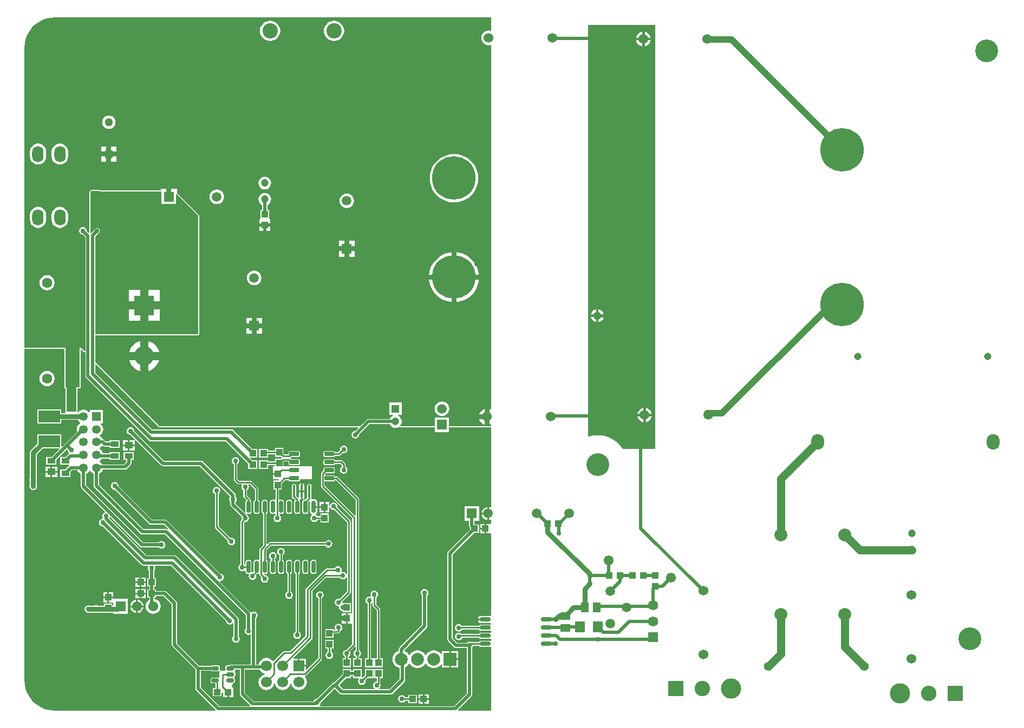
<source format=gbr>
%TF.GenerationSoftware,Altium Limited,Altium Designer,20.0.13 (296)*%
G04 Layer_Physical_Order=2*
G04 Layer_Color=16711680*
%FSLAX26Y26*%
%MOIN*%
%TF.FileFunction,Copper,L2,Bot,Signal*%
%TF.Part,Single*%
G01*
G75*
%TA.AperFunction,SMDPad,CuDef*%
%ADD18R,0.043000X0.039000*%
%ADD19R,0.039000X0.043000*%
%ADD20R,0.051181X0.059055*%
%ADD21R,0.059055X0.051181*%
%ADD23R,0.043307X0.039370*%
%ADD24R,0.039370X0.043307*%
%TA.AperFunction,Conductor*%
%ADD38C,0.020000*%
%ADD39C,0.010000*%
%ADD40C,0.050000*%
%ADD41C,0.030000*%
%ADD42C,0.040000*%
%TA.AperFunction,ComponentPad*%
%ADD50O,0.070000X0.100000*%
%ADD51C,0.058661*%
%ADD52R,0.066929X0.066929*%
%ADD53C,0.066929*%
%ADD54C,0.050000*%
%ADD55C,0.267716*%
%ADD56C,0.061024*%
%ADD57C,0.125000*%
%ADD58C,0.095000*%
%ADD59R,0.095000X0.095000*%
%ADD60R,0.120000X0.120000*%
%ADD61C,0.120000*%
%ADD62C,0.063000*%
%ADD63C,0.078740*%
%ADD64R,0.078740X0.078740*%
%ADD65R,0.061024X0.061024*%
%ADD66C,0.140000*%
%ADD67C,0.053150*%
%ADD68R,0.053150X0.053150*%
%ADD69C,0.047244*%
%ADD70C,0.059370*%
%ADD71R,0.059370X0.059370*%
%ADD72C,0.059055*%
%ADD73R,0.059055X0.059055*%
%ADD74R,0.051181X0.051181*%
%ADD75C,0.051181*%
%ADD76C,0.045000*%
%ADD77C,0.300000*%
%ADD78R,0.047244X0.047244*%
%ADD79R,0.062598X0.062598*%
%ADD80C,0.062598*%
%ADD81C,0.055118*%
%ADD82O,0.080000X0.095000*%
%ADD83C,0.060000*%
%ADD84R,0.059370X0.059370*%
%ADD85C,0.094488*%
%ADD86R,0.059055X0.059055*%
%TA.AperFunction,ViaPad*%
%ADD87C,0.030000*%
%ADD88C,0.040000*%
%TA.AperFunction,SMDPad,CuDef*%
G04:AMPARAMS|DCode=89|XSize=65.402mil|YSize=23.5mil|CornerRadius=5.875mil|HoleSize=0mil|Usage=FLASHONLY|Rotation=0.000|XOffset=0mil|YOffset=0mil|HoleType=Round|Shape=RoundedRectangle|*
%AMROUNDEDRECTD89*
21,1,0.065402,0.011750,0,0,0.0*
21,1,0.053652,0.023500,0,0,0.0*
1,1,0.011750,0.026826,-0.005875*
1,1,0.011750,-0.026826,-0.005875*
1,1,0.011750,-0.026826,0.005875*
1,1,0.011750,0.026826,0.005875*
%
%ADD89ROUNDEDRECTD89*%
G04:AMPARAMS|DCode=90|XSize=23.622mil|YSize=74.803mil|CornerRadius=5.906mil|HoleSize=0mil|Usage=FLASHONLY|Rotation=180.000|XOffset=0mil|YOffset=0mil|HoleType=Round|Shape=RoundedRectangle|*
%AMROUNDEDRECTD90*
21,1,0.023622,0.062992,0,0,180.0*
21,1,0.011811,0.074803,0,0,180.0*
1,1,0.011811,-0.005906,0.031496*
1,1,0.011811,0.005906,0.031496*
1,1,0.011811,0.005906,-0.031496*
1,1,0.011811,-0.005906,-0.031496*
%
%ADD90ROUNDEDRECTD90*%
G04:AMPARAMS|DCode=91|XSize=15.748mil|YSize=78.74mil|CornerRadius=3.937mil|HoleSize=0mil|Usage=FLASHONLY|Rotation=180.000|XOffset=0mil|YOffset=0mil|HoleType=Round|Shape=RoundedRectangle|*
%AMROUNDEDRECTD91*
21,1,0.015748,0.070866,0,0,180.0*
21,1,0.007874,0.078740,0,0,180.0*
1,1,0.007874,-0.003937,0.035433*
1,1,0.007874,0.003937,0.035433*
1,1,0.007874,0.003937,-0.035433*
1,1,0.007874,-0.003937,-0.035433*
%
%ADD91ROUNDEDRECTD91*%
G04:AMPARAMS|DCode=92|XSize=23.622mil|YSize=47.244mil|CornerRadius=5.906mil|HoleSize=0mil|Usage=FLASHONLY|Rotation=90.000|XOffset=0mil|YOffset=0mil|HoleType=Round|Shape=RoundedRectangle|*
%AMROUNDEDRECTD92*
21,1,0.023622,0.035433,0,0,90.0*
21,1,0.011811,0.047244,0,0,90.0*
1,1,0.011811,0.017717,0.005906*
1,1,0.011811,0.017717,-0.005906*
1,1,0.011811,-0.017717,-0.005906*
1,1,0.011811,-0.017717,0.005906*
%
%ADD92ROUNDEDRECTD92*%
%ADD93R,0.062992X0.070866*%
%ADD94R,0.133858X0.074803*%
%ADD95R,0.051181X0.043307*%
%ADD96R,0.051181X0.035433*%
G04:AMPARAMS|DCode=97|XSize=23.622mil|YSize=57.087mil|CornerRadius=2.008mil|HoleSize=0mil|Usage=FLASHONLY|Rotation=90.000|XOffset=0mil|YOffset=0mil|HoleType=Round|Shape=RoundedRectangle|*
%AMROUNDEDRECTD97*
21,1,0.023622,0.053071,0,0,90.0*
21,1,0.019606,0.057087,0,0,90.0*
1,1,0.004016,0.026535,0.009803*
1,1,0.004016,0.026535,-0.009803*
1,1,0.004016,-0.026535,-0.009803*
1,1,0.004016,-0.026535,0.009803*
%
%ADD97ROUNDEDRECTD97*%
%ADD98R,0.060000X0.060000*%
%ADD99R,0.060000X0.120000*%
%TA.AperFunction,Conductor*%
%ADD100R,0.060000X0.110000*%
%ADD101R,0.086693X0.290000*%
%ADD102R,0.025362X0.015000*%
G36*
X201929Y4290921D02*
X2888506D01*
Y4212092D01*
X2883506Y4209025D01*
X2873150Y4210388D01*
X2861402Y4208842D01*
X2850455Y4204307D01*
X2841055Y4197094D01*
X2833842Y4187694D01*
X2829308Y4176747D01*
X2827761Y4165000D01*
X2829308Y4153253D01*
X2833842Y4142306D01*
X2841055Y4132906D01*
X2850455Y4125693D01*
X2861402Y4121158D01*
X2873150Y4119612D01*
X2883506Y4120975D01*
X2888506Y4117908D01*
Y1879029D01*
X2883506Y1875688D01*
X2878148Y1877907D01*
Y1830000D01*
Y1782093D01*
X2883506Y1784312D01*
X2888506Y1780971D01*
Y1770000D01*
X2630354D01*
Y1825472D01*
X2540984D01*
Y1770000D01*
X2331965D01*
X2329499Y1775000D01*
X2333736Y1780522D01*
X2337628Y1789918D01*
X2338955Y1800000D01*
X2337628Y1810082D01*
X2333736Y1819478D01*
X2327546Y1827546D01*
X2319478Y1833736D01*
X2316141Y1835118D01*
X2317136Y1840118D01*
X2338622D01*
Y1917362D01*
X2261378D01*
Y1840118D01*
X2282864D01*
X2283859Y1835118D01*
X2280522Y1833736D01*
X2272454Y1827546D01*
X2266264Y1819478D01*
X2264953Y1816313D01*
X2133544D01*
X2127301Y1815072D01*
X2122008Y1811535D01*
X2080473Y1770000D01*
X850000D01*
X453313Y2166686D01*
Y2331616D01*
X1085741Y2331616D01*
X1090333Y2333518D01*
X1092235Y2338110D01*
X1092235Y3069259D01*
X1090333Y3073852D01*
X958463Y3205721D01*
X957270Y3206215D01*
X956356Y3207129D01*
X955065D01*
X954252Y3207465D01*
Y3234528D01*
X919724D01*
Y3185000D01*
X889724D01*
Y3234528D01*
X855197D01*
Y3226238D01*
X536983D01*
X425444Y3226486D01*
X425440Y3226485D01*
X425436Y3226486D01*
X423176Y3225553D01*
X420847Y3224595D01*
X420846Y3224591D01*
X420842Y3224589D01*
X417303Y3221058D01*
X417301Y3221054D01*
X417297Y3221053D01*
X416345Y3218754D01*
X415395Y3216468D01*
X415397Y3216464D01*
X415395Y3216461D01*
Y2966345D01*
X410395Y2964274D01*
X399986Y2974683D01*
X400049Y2975000D01*
X398264Y2983974D01*
X393180Y2991582D01*
X385573Y2996666D01*
X376598Y2998451D01*
X367624Y2996666D01*
X360016Y2991582D01*
X354933Y2983974D01*
X353148Y2975000D01*
X354933Y2966026D01*
X360016Y2958418D01*
X367624Y2953334D01*
X376598Y2951549D01*
X376915Y2951612D01*
X390687Y2937841D01*
Y2235846D01*
X386067Y2233932D01*
X365000Y2255000D01*
X15694Y2255000D01*
Y4104685D01*
X15570Y4105304D01*
X17125Y4129015D01*
X21881Y4152929D01*
X29719Y4176017D01*
X40503Y4197885D01*
X54049Y4218158D01*
X70125Y4236489D01*
X88457Y4252565D01*
X108730Y4266111D01*
X130597Y4276895D01*
X153685Y4284733D01*
X177599Y4289489D01*
X201310Y4291044D01*
X201929Y4290921D01*
D02*
G37*
G36*
X536968Y3219744D02*
X860197D01*
Y3140472D01*
X949252D01*
Y3199215D01*
X953871Y3201129D01*
X1085741Y3069259D01*
X1085741Y2338110D01*
X453313Y2338110D01*
Y2941841D01*
X474937Y2963465D01*
X478473Y2968757D01*
X479715Y2975000D01*
X478473Y2981243D01*
X474937Y2986535D01*
X469644Y2990072D01*
X463402Y2991314D01*
X457159Y2990072D01*
X451866Y2986535D01*
X426890Y2961559D01*
X421890Y2963574D01*
Y3216461D01*
X425429Y3219992D01*
X536968Y3219744D01*
D02*
G37*
G36*
X261813Y2248505D02*
Y2010000D01*
X263715Y2005408D01*
X268307Y2003506D01*
X268506D01*
Y1980000D01*
X269000Y1978806D01*
Y1904000D01*
Y1857923D01*
X264441Y1852935D01*
X242929Y1852992D01*
Y1875173D01*
X97071D01*
Y1788370D01*
X242929D01*
Y1806629D01*
X246469Y1810159D01*
X343953Y1809904D01*
X350349Y1801569D01*
X359033Y1794905D01*
X360372Y1794350D01*
Y1789350D01*
X359033Y1788796D01*
X350349Y1782132D01*
X343685Y1773447D01*
X339495Y1763333D01*
X338067Y1752480D01*
X339495Y1741627D01*
X340477Y1739257D01*
X267697Y1666476D01*
X247548Y1646328D01*
X242929Y1648242D01*
Y1721630D01*
X97071D01*
Y1665107D01*
X54860Y1622896D01*
X50218Y1615950D01*
X48589Y1607756D01*
Y1448843D01*
X48334Y1448462D01*
X46549Y1439488D01*
X48334Y1430514D01*
X48589Y1430134D01*
Y1409354D01*
X48334Y1408974D01*
X46549Y1400000D01*
X48334Y1391026D01*
X53418Y1383418D01*
X61026Y1378334D01*
X70000Y1376549D01*
X78974Y1378334D01*
X86582Y1383418D01*
X91665Y1391026D01*
X93451Y1400000D01*
X91665Y1408974D01*
X91411Y1409354D01*
Y1430134D01*
X91665Y1430514D01*
X93451Y1439488D01*
X91665Y1448462D01*
X91411Y1448843D01*
Y1598887D01*
X127351Y1634827D01*
X229514D01*
X231428Y1630207D01*
X182339Y1581118D01*
X150102D01*
Y1533685D01*
X213283D01*
Y1565921D01*
X277392Y1630030D01*
X282455Y1624968D01*
X282392Y1624651D01*
X284177Y1615677D01*
X289260Y1608069D01*
X289953Y1607607D01*
Y1601593D01*
X288370Y1600535D01*
X268953Y1581118D01*
X236717D01*
Y1533685D01*
X290248D01*
X291765Y1528685D01*
X290433Y1527795D01*
X268953Y1506315D01*
X236717D01*
Y1458882D01*
X299898D01*
Y1491118D01*
X308726Y1499946D01*
X341757D01*
X343685Y1495293D01*
X350349Y1486608D01*
X359033Y1479944D01*
X363687Y1478017D01*
Y1400000D01*
X364928Y1393757D01*
X368465Y1388465D01*
X512094Y1244836D01*
X510642Y1240051D01*
X509106Y1239745D01*
X501498Y1234662D01*
X496414Y1227054D01*
X494629Y1218080D01*
X496414Y1209105D01*
X498300Y1206284D01*
X498288Y1206027D01*
X495769Y1201071D01*
X489106Y1199745D01*
X481498Y1194662D01*
X476414Y1187054D01*
X474629Y1178080D01*
X476414Y1169105D01*
X481498Y1161498D01*
X489106Y1156414D01*
X498080Y1154629D01*
X498397Y1154692D01*
X735826Y917263D01*
X741118Y913727D01*
X747361Y912485D01*
X775312D01*
X777669Y908075D01*
X776799Y906773D01*
X775014Y897798D01*
X776799Y888824D01*
X781883Y881216D01*
X782151Y881037D01*
Y835685D01*
X770811D01*
Y784315D01*
X784064D01*
Y765685D01*
X770811D01*
Y714315D01*
X784064D01*
Y700393D01*
X775572Y693877D01*
X768277Y684370D01*
X763691Y673298D01*
X762127Y661417D01*
X763691Y649536D01*
X768277Y638465D01*
X775572Y628958D01*
X785079Y621663D01*
X796150Y617077D01*
X808032Y615513D01*
X819913Y617077D01*
X830984Y621663D01*
X840491Y628958D01*
X847786Y638465D01*
X852372Y649536D01*
X853936Y661417D01*
X852372Y673298D01*
X847786Y684370D01*
X840491Y693877D01*
X830984Y701172D01*
X819913Y705758D01*
X816691Y706182D01*
Y714315D01*
X826118D01*
Y723687D01*
X873243D01*
X923687Y673243D01*
Y424685D01*
X924928Y418442D01*
X928465Y413150D01*
X1068569Y273046D01*
Y155118D01*
X1069810Y148875D01*
X1073347Y143583D01*
X1193480Y23450D01*
X1191409Y18450D01*
X201929D01*
X201310Y18326D01*
X177599Y19881D01*
X153685Y24637D01*
X130597Y32475D01*
X108730Y43259D01*
X88457Y56805D01*
X70125Y72881D01*
X54049Y91212D01*
X40503Y111485D01*
X29719Y133353D01*
X21881Y156441D01*
X17125Y180355D01*
X15570Y204066D01*
X15694Y204685D01*
Y2248506D01*
X261813Y2248505D01*
D02*
G37*
G36*
X381475Y2229340D02*
X382668Y2228846D01*
X383582Y2227932D01*
X384874D01*
X386067Y2227438D01*
X390687Y2224825D01*
Y2082574D01*
X391928Y2076331D01*
X395465Y2071038D01*
X784232Y1682271D01*
X789525Y1678734D01*
X795768Y1677493D01*
X1255342D01*
X1393406Y1539429D01*
Y1509500D01*
X1448406D01*
Y1560500D01*
X1418476D01*
X1404096Y1574881D01*
X1406009Y1579500D01*
X1448406D01*
Y1630500D01*
X1418476D01*
X1301208Y1747768D01*
X1295916Y1751304D01*
X1289673Y1752546D01*
X802525D01*
X453313Y2101757D01*
Y2150969D01*
X457933Y2152882D01*
X845408Y1765408D01*
X850000Y1763505D01*
X2067446D01*
X2069359Y1758886D01*
X2053152Y1742679D01*
X2052835Y1742742D01*
X2043861Y1740957D01*
X2036253Y1735873D01*
X2031170Y1728266D01*
X2029385Y1719291D01*
X2031170Y1710317D01*
X2036253Y1702709D01*
X2043861Y1697626D01*
X2052835Y1695841D01*
X2061809Y1697626D01*
X2069417Y1702709D01*
X2074501Y1710317D01*
X2076286Y1719291D01*
X2076223Y1719608D01*
X2140301Y1783687D01*
X2264953D01*
X2266264Y1780522D01*
X2272454Y1772454D01*
X2280522Y1766264D01*
X2289918Y1762372D01*
X2300000Y1761045D01*
X2310082Y1762372D01*
X2319478Y1766264D01*
X2321894Y1768118D01*
X2325050Y1767381D01*
X2327180Y1765872D01*
X2327372Y1765408D01*
X2328753Y1764836D01*
X2329877Y1763850D01*
X2330961Y1763921D01*
X2331965Y1763505D01*
X2540984D01*
Y1736102D01*
X2630354D01*
Y1763505D01*
X2888506D01*
Y1272939D01*
X2884348Y1270161D01*
X2880360Y1271813D01*
X2875000Y1272519D01*
Y1233150D01*
Y1193781D01*
X2880360Y1194486D01*
X2884348Y1196138D01*
X2888506Y1193360D01*
Y1173282D01*
X2885118Y1169685D01*
X2883506Y1169685D01*
X2858464D01*
Y1140001D01*
Y1110315D01*
X2883506D01*
X2885118Y1110315D01*
X2888506Y1106718D01*
Y603929D01*
X2883506Y601093D01*
X2878637Y602061D01*
X2824985D01*
X2818791Y600829D01*
X2813540Y597320D01*
X2810031Y592069D01*
X2808799Y585875D01*
Y574125D01*
X2810031Y567931D01*
X2813540Y562680D01*
X2818791Y559171D01*
X2824985Y557939D01*
X2878637D01*
X2883506Y558907D01*
X2888506Y556071D01*
Y549576D01*
X2883506Y546904D01*
X2883270Y547061D01*
X2878637Y547983D01*
X2824985D01*
X2820352Y547061D01*
X2816424Y544436D01*
X2814272Y541216D01*
X2709142D01*
X2706582Y545047D01*
X2698974Y550130D01*
X2690000Y551915D01*
X2681026Y550130D01*
X2673418Y545047D01*
X2668334Y537439D01*
X2666549Y528465D01*
X2668334Y519490D01*
X2673418Y511882D01*
X2681026Y506799D01*
X2690000Y505014D01*
X2698974Y506799D01*
X2706582Y511882D01*
X2711194Y518784D01*
X2814272D01*
X2816424Y515564D01*
X2820352Y512939D01*
X2824985Y512017D01*
X2878637D01*
X2883270Y512939D01*
X2883506Y513096D01*
X2888506Y510424D01*
Y499576D01*
X2883506Y496904D01*
X2883270Y497061D01*
X2878637Y497983D01*
X2824985D01*
X2820352Y497061D01*
X2816424Y494436D01*
X2814272Y491216D01*
X2706827D01*
X2706582Y491582D01*
X2698974Y496666D01*
X2690000Y498451D01*
X2681026Y496666D01*
X2673418Y491582D01*
X2668334Y483974D01*
X2666549Y475000D01*
X2668334Y466026D01*
X2673418Y458418D01*
X2681026Y453334D01*
X2690000Y451549D01*
X2698974Y453334D01*
X2706582Y458418D01*
X2711666Y466026D01*
X2712214Y468784D01*
X2814272D01*
X2816424Y465564D01*
X2820352Y462939D01*
X2824985Y462017D01*
X2878637D01*
X2883270Y462939D01*
X2883506Y463096D01*
X2888506Y460424D01*
Y449576D01*
X2883506Y446904D01*
X2883270Y447061D01*
X2878637Y447983D01*
X2824985D01*
X2820352Y447061D01*
X2816424Y444436D01*
X2814272Y441216D01*
X2767627D01*
X2765331Y440759D01*
X2763974Y441666D01*
X2755000Y443451D01*
X2746026Y441666D01*
X2738418Y436582D01*
X2738238Y436313D01*
X2679257D01*
X2651943Y463627D01*
Y982337D01*
X2783921Y1114315D01*
X2814189D01*
Y1165685D01*
X2786314D01*
Y1188465D01*
X2814685D01*
Y1277835D01*
X2725315D01*
Y1188465D01*
X2753686D01*
Y1156535D01*
X2754928Y1150293D01*
X2758465Y1145000D01*
X2758882Y1144583D01*
Y1135417D01*
X2624095Y1000630D01*
X2620558Y995337D01*
X2619316Y989095D01*
Y456870D01*
X2620558Y450627D01*
X2624095Y445335D01*
X2660965Y408465D01*
X2666257Y404928D01*
X2672500Y403687D01*
X2738238D01*
X2738418Y403418D01*
X2738686Y403238D01*
Y123647D01*
X2661353Y46313D01*
X1833836D01*
X1832319Y51313D01*
X1833098Y51834D01*
X1838181Y59442D01*
X1839966Y68416D01*
X1839903Y68733D01*
X1926393Y155222D01*
X1958835Y122780D01*
X1964127Y119243D01*
X1970370Y118001D01*
X2269693D01*
X2275936Y119243D01*
X2281228Y122780D01*
X2353780Y195331D01*
X2357316Y200623D01*
X2358558Y206866D01*
Y285647D01*
X2363050Y287508D01*
X2374407Y296223D01*
X2382865Y307245D01*
X2385548Y307599D01*
X2385711D01*
X2388395Y307245D01*
X2396853Y296223D01*
X2408210Y287508D01*
X2421436Y282029D01*
X2435630Y280161D01*
X2449823Y282029D01*
X2463050Y287508D01*
X2474407Y296223D01*
X2482865Y307245D01*
X2485548Y307599D01*
X2485711D01*
X2488395Y307245D01*
X2496853Y296223D01*
X2508210Y287508D01*
X2521436Y282029D01*
X2535630Y280161D01*
X2549823Y282029D01*
X2563050Y287508D01*
X2574407Y296223D01*
X2581260Y305153D01*
X2586260Y303456D01*
Y285630D01*
X2630631D01*
Y335000D01*
Y384370D01*
X2586260D01*
Y366544D01*
X2581260Y364847D01*
X2574407Y373777D01*
X2563050Y382492D01*
X2549823Y387971D01*
X2535630Y389839D01*
X2521436Y387971D01*
X2508210Y382492D01*
X2496853Y373777D01*
X2488395Y362755D01*
X2485711Y362401D01*
X2485548D01*
X2482865Y362755D01*
X2474407Y373777D01*
X2463050Y382492D01*
X2449823Y387971D01*
X2435630Y389839D01*
X2421436Y387971D01*
X2408210Y382492D01*
X2396853Y373777D01*
X2388395Y362755D01*
X2385711Y362401D01*
X2385548D01*
X2382865Y362755D01*
X2374407Y373777D01*
X2363050Y382492D01*
X2355685Y385543D01*
X2354512Y391441D01*
X2491535Y528465D01*
X2495072Y533757D01*
X2496314Y540000D01*
X2496314Y540000D01*
Y728238D01*
X2496582Y728418D01*
X2501666Y736026D01*
X2503451Y745000D01*
X2501666Y753974D01*
X2496582Y761582D01*
X2488974Y766665D01*
X2480000Y768451D01*
X2471026Y766665D01*
X2463418Y761582D01*
X2458334Y753974D01*
X2456549Y745000D01*
X2458334Y736026D01*
X2463418Y728418D01*
X2463686Y728238D01*
Y546757D01*
X2324095Y407165D01*
X2320558Y401873D01*
X2319316Y395630D01*
Y387093D01*
X2308210Y382492D01*
X2296853Y373777D01*
X2288138Y362420D01*
X2282659Y349193D01*
X2280791Y335000D01*
X2282659Y320807D01*
X2288138Y307580D01*
X2296853Y296223D01*
X2308210Y287508D01*
X2321436Y282029D01*
X2325931Y281438D01*
Y213624D01*
X2262936Y150629D01*
X2198924D01*
X2197407Y155629D01*
X2201582Y158418D01*
X2206666Y166026D01*
X2208451Y175000D01*
X2206666Y183974D01*
X2206341Y184460D01*
X2206845Y186997D01*
Y219036D01*
X2221130D01*
Y274036D01*
X2170130D01*
Y219036D01*
X2184414D01*
Y198334D01*
X2176026Y196666D01*
X2168418Y191582D01*
X2163334Y183974D01*
X2161549Y175000D01*
X2163334Y166026D01*
X2168418Y158418D01*
X2172593Y155629D01*
X2171076Y150629D01*
X1977127D01*
X1952146Y175610D01*
X1995571Y219035D01*
X2025500D01*
Y230852D01*
X2039500D01*
Y219665D01*
X2072218D01*
X2074637Y214665D01*
X2070834Y208974D01*
X2069049Y200000D01*
X2070834Y191026D01*
X2075918Y183418D01*
X2083526Y178334D01*
X2092500Y176549D01*
X2101474Y178334D01*
X2109082Y183418D01*
X2114166Y191026D01*
X2115951Y200000D01*
X2114642Y206577D01*
X2127101Y219036D01*
X2164240D01*
Y274036D01*
X2113240D01*
Y236897D01*
X2098584Y222240D01*
X2092500Y223451D01*
X2090500Y225092D01*
Y274665D01*
X2039500D01*
Y263479D01*
X2025500D01*
Y274035D01*
X1974500D01*
Y244106D01*
X1921972Y191578D01*
X1917467Y190682D01*
X1912175Y187146D01*
X1816833Y91803D01*
X1816516Y91867D01*
X1807542Y90081D01*
X1799934Y84998D01*
X1794850Y77390D01*
X1794636Y76314D01*
X1426757D01*
X1373420Y129651D01*
Y270301D01*
X1462864D01*
X1470435Y260435D01*
X1480559Y252666D01*
X1492348Y247783D01*
X1494333Y247522D01*
Y242478D01*
X1492348Y242217D01*
X1480559Y237334D01*
X1470435Y229565D01*
X1462666Y219441D01*
X1457783Y207652D01*
X1456117Y195000D01*
X1457783Y182348D01*
X1462666Y170559D01*
X1470435Y160435D01*
X1480559Y152666D01*
X1492348Y147783D01*
X1505000Y146117D01*
X1517652Y147783D01*
X1529441Y152666D01*
X1539565Y160435D01*
X1547334Y170559D01*
X1552217Y182348D01*
X1552478Y184333D01*
X1557522D01*
X1557783Y182348D01*
X1562666Y170559D01*
X1570435Y160435D01*
X1580559Y152666D01*
X1592348Y147783D01*
X1605000Y146117D01*
X1617652Y147783D01*
X1629441Y152666D01*
X1639565Y160435D01*
X1647334Y170559D01*
X1652217Y182348D01*
X1652478Y184333D01*
X1657522D01*
X1657783Y182348D01*
X1662666Y170559D01*
X1670435Y160435D01*
X1680559Y152666D01*
X1692348Y147783D01*
X1705000Y146117D01*
X1717652Y147783D01*
X1729441Y152666D01*
X1739565Y160435D01*
X1747334Y170559D01*
X1752217Y182348D01*
X1753883Y195000D01*
X1752217Y207652D01*
X1747334Y219441D01*
X1741343Y227249D01*
X1741403Y228400D01*
X1743503Y232626D01*
X1745899Y233103D01*
X1749538Y235534D01*
X1842930Y328927D01*
X1842931Y328927D01*
X1845362Y332566D01*
X1846216Y336858D01*
Y710068D01*
X1851582Y713654D01*
X1856666Y721262D01*
X1858451Y730236D01*
X1856666Y739211D01*
X1851582Y746818D01*
X1843974Y751902D01*
X1835000Y753687D01*
X1826026Y751902D01*
X1818418Y746818D01*
X1813334Y739211D01*
X1811549Y730236D01*
X1813334Y721262D01*
X1818418Y713654D01*
X1823784Y710068D01*
Y341503D01*
X1753084Y270803D01*
X1748465Y272716D01*
Y290000D01*
X1705000D01*
Y295000D01*
X1700000D01*
Y338464D01*
X1670859D01*
X1668945Y343084D01*
X1784895Y459034D01*
X1784895Y459034D01*
X1787326Y462673D01*
X1788180Y466965D01*
X1788180Y466965D01*
Y757319D01*
X1869646Y838784D01*
X1956202D01*
X1959788Y833418D01*
X1967396Y828335D01*
X1976370Y826549D01*
X1985344Y828335D01*
X1992952Y833418D01*
X1996540Y838788D01*
X2001540Y837271D01*
Y752638D01*
X1955958Y707055D01*
X1949628Y708314D01*
X1940653Y706529D01*
X1933045Y701446D01*
X1927962Y693838D01*
X1926177Y684864D01*
X1927962Y675890D01*
X1933045Y668282D01*
X1940653Y663198D01*
X1948398Y661658D01*
X1951767Y657129D01*
X1951549Y656035D01*
X1953334Y647061D01*
X1958418Y639453D01*
X1966026Y634370D01*
X1974315Y632721D01*
Y625811D01*
X2025685D01*
Y681118D01*
X1977431D01*
X1973182Y684775D01*
X1972942Y685549D01*
X1971819Y691194D01*
X2020687Y740062D01*
X2023118Y743700D01*
X2023972Y747992D01*
X2023971Y747993D01*
Y1183897D01*
X2023972Y1183898D01*
X2023118Y1188190D01*
X2020687Y1191828D01*
X2020686Y1191828D01*
X1942191Y1270323D01*
X1943451Y1276653D01*
X1941666Y1285628D01*
X1936582Y1293236D01*
X1928974Y1298319D01*
X1920000Y1300104D01*
X1911026Y1298319D01*
X1903418Y1293236D01*
X1898334Y1285628D01*
X1897795Y1282917D01*
X1892795Y1283409D01*
Y1304724D01*
X1868111D01*
Y1273070D01*
Y1241417D01*
X1892795D01*
Y1269898D01*
X1897795Y1270390D01*
X1898334Y1267679D01*
X1903418Y1260071D01*
X1911026Y1254988D01*
X1920000Y1253203D01*
X1926330Y1254462D01*
X2001540Y1179252D01*
Y862729D01*
X1996540Y861212D01*
X1992952Y866582D01*
X1985344Y871665D01*
X1976370Y873451D01*
X1970901Y872363D01*
X1969173Y874138D01*
X1967486Y876781D01*
X1969120Y885000D01*
X1967335Y893974D01*
X1962252Y901582D01*
X1954644Y906665D01*
X1945670Y908451D01*
X1936696Y906665D01*
X1929088Y901582D01*
X1925502Y896216D01*
X1877373D01*
X1877373Y896216D01*
X1873081Y895362D01*
X1869442Y892931D01*
X1869442Y892930D01*
X1749524Y773012D01*
X1747092Y769374D01*
X1746238Y765082D01*
X1746239Y765081D01*
Y480564D01*
X1651890Y386216D01*
X1616461D01*
X1616461Y386216D01*
X1612169Y385362D01*
X1608530Y382931D01*
X1608530Y382930D01*
X1549019Y323420D01*
X1544030Y323747D01*
X1539565Y329565D01*
X1529441Y337334D01*
X1517652Y342217D01*
X1505000Y343883D01*
X1492348Y342217D01*
X1480559Y337334D01*
X1470435Y329565D01*
X1462666Y319441D01*
X1457783Y307652D01*
X1457161Y302928D01*
X1442849D01*
Y587461D01*
X1445082Y588953D01*
X1450166Y596561D01*
X1451951Y605535D01*
X1450166Y614510D01*
X1445082Y622118D01*
X1437474Y627201D01*
X1428500Y628986D01*
X1419526Y627201D01*
X1413933Y623464D01*
X1408171Y623911D01*
X1407362Y624299D01*
X1406535Y625535D01*
X1220289Y811782D01*
X1222162Y816980D01*
X1228974Y818335D01*
X1236582Y823418D01*
X1241666Y831026D01*
X1243451Y840000D01*
X1241666Y848974D01*
X1236582Y856582D01*
X1228974Y861665D01*
X1221787Y863095D01*
X893346Y1191535D01*
X888054Y1195072D01*
X881811Y1196313D01*
X801710D01*
X595081Y1402943D01*
X595144Y1403260D01*
X593358Y1412234D01*
X588275Y1419842D01*
X580667Y1424925D01*
X571693Y1426710D01*
X562719Y1424925D01*
X555111Y1419842D01*
X550027Y1412234D01*
X548242Y1403260D01*
X550027Y1394286D01*
X555111Y1386678D01*
X562719Y1381594D01*
X571693Y1379809D01*
X572010Y1379872D01*
X783417Y1168465D01*
X788710Y1164928D01*
X794953Y1163687D01*
X875054D01*
X901512Y1137228D01*
X898325Y1133344D01*
X894243Y1136072D01*
X888000Y1137313D01*
X747757D01*
X475054Y1410017D01*
Y1478017D01*
X479707Y1479944D01*
X488392Y1486608D01*
X495056Y1495293D01*
X498532Y1503687D01*
X634685D01*
X640928Y1504928D01*
X646220Y1508465D01*
X669842Y1532087D01*
X673379Y1537379D01*
X674621Y1543622D01*
Y1563882D01*
X689898D01*
Y1611315D01*
X626717D01*
Y1563882D01*
X641994D01*
Y1550379D01*
X627928Y1536313D01*
X495434D01*
X495056Y1537227D01*
X488392Y1545911D01*
X479707Y1552575D01*
X478368Y1553130D01*
Y1558130D01*
X479707Y1558685D01*
X488392Y1565349D01*
X492947Y1571285D01*
X540102D01*
Y1563882D01*
X603283D01*
Y1611315D01*
X540102D01*
Y1603912D01*
X499500D01*
X499245Y1605853D01*
X495056Y1615967D01*
X488392Y1624651D01*
X479707Y1631315D01*
X478368Y1631870D01*
Y1636870D01*
X479707Y1637425D01*
X488392Y1644089D01*
X492638Y1649622D01*
X498382Y1650849D01*
X499194Y1650379D01*
X503757Y1647330D01*
X510000Y1646088D01*
X540102D01*
Y1638685D01*
X603283D01*
Y1686118D01*
X540102D01*
Y1678715D01*
X516757D01*
X510197Y1685275D01*
X504904Y1688812D01*
X498661Y1690054D01*
X496983D01*
X495056Y1694707D01*
X488392Y1703392D01*
X479707Y1710056D01*
X478368Y1710610D01*
Y1715610D01*
X479707Y1716165D01*
X488392Y1722829D01*
X495056Y1731514D01*
X499245Y1741627D01*
X500674Y1752480D01*
X499245Y1763333D01*
X495056Y1773447D01*
X488392Y1782132D01*
X485116Y1784646D01*
X486813Y1789646D01*
X500315D01*
Y1872795D01*
X417165D01*
Y1859293D01*
X412165Y1857596D01*
X409651Y1860872D01*
X400967Y1867536D01*
X390853Y1871725D01*
X380000Y1873154D01*
X369147Y1871725D01*
X359033Y1867536D01*
X350349Y1860872D01*
X346000Y1855205D01*
X341000Y1856902D01*
Y1904000D01*
Y1978806D01*
X341494Y1980000D01*
Y2003506D01*
X355000D01*
X359592Y2005408D01*
X361494Y2010000D01*
Y2242249D01*
X366494Y2244320D01*
X381475Y2229340D01*
D02*
G37*
G36*
X3900000Y1631496D02*
X3698210Y1631496D01*
X3688905Y1645422D01*
X3673261Y1663261D01*
X3655422Y1678905D01*
X3635694Y1692087D01*
X3614414Y1702581D01*
X3591947Y1710208D01*
X3568676Y1714837D01*
X3545000Y1716388D01*
X3521324Y1714837D01*
X3498053Y1710208D01*
X3489012Y1707139D01*
X3484948Y1710051D01*
Y4245000D01*
X3900000D01*
X3900000Y1631496D01*
D02*
G37*
G36*
X422425Y1495293D02*
X429089Y1486608D01*
X437773Y1479944D01*
X442427Y1478017D01*
Y1403260D01*
X443668Y1397017D01*
X447205Y1391724D01*
X729465Y1109465D01*
X734757Y1105928D01*
X741000Y1104687D01*
X881243D01*
X1378687Y607243D01*
Y526525D01*
X1378418Y526346D01*
X1373334Y518738D01*
X1371549Y509764D01*
X1373334Y500790D01*
X1378418Y493182D01*
X1386026Y488098D01*
X1395000Y486313D01*
X1403974Y488098D01*
X1405812Y489326D01*
X1410222Y486969D01*
Y302928D01*
X1287677D01*
X1281434Y301686D01*
X1276142Y298149D01*
X1275840Y297847D01*
X1263150D01*
X1258504Y296923D01*
X1254566Y294292D01*
X1251935Y290354D01*
X1251011Y285709D01*
Y273898D01*
X1251935Y269252D01*
X1251962Y269212D01*
X1249289Y264212D01*
X1222157D01*
X1221358Y263413D01*
X1217475Y266601D01*
X1219246Y269252D01*
X1220170Y273898D01*
Y285709D01*
X1219246Y290354D01*
X1216615Y294292D01*
X1212677Y296923D01*
X1208032Y297847D01*
X1172599D01*
X1167953Y296923D01*
X1166746Y296117D01*
X1091639D01*
X956313Y431442D01*
Y680000D01*
X955072Y686243D01*
X951535Y691535D01*
X891535Y751535D01*
X886243Y755072D01*
X880000Y756313D01*
X826118D01*
Y765685D01*
X816691D01*
Y784315D01*
X826118D01*
Y835685D01*
X816691D01*
Y883678D01*
X820130Y888824D01*
X821915Y897798D01*
X820130Y906773D01*
X819260Y908075D01*
X821617Y912485D01*
X917200D01*
X1256612Y573073D01*
X1256549Y572756D01*
X1258334Y563782D01*
X1263418Y556174D01*
X1271026Y551090D01*
X1280000Y549305D01*
X1288974Y551090D01*
X1296582Y556174D01*
X1296954Y556731D01*
X1301954Y555214D01*
Y476762D01*
X1301686Y476582D01*
X1296602Y468974D01*
X1294817Y460000D01*
X1296602Y451026D01*
X1301686Y443418D01*
X1309294Y438334D01*
X1318268Y436549D01*
X1327242Y438334D01*
X1334850Y443418D01*
X1339933Y451026D01*
X1341718Y460000D01*
X1339933Y468974D01*
X1334850Y476582D01*
X1334581Y476762D01*
Y581732D01*
X1334581Y581732D01*
X1333340Y587975D01*
X1329803Y593268D01*
X951535Y971535D01*
X946243Y975072D01*
X940000Y976313D01*
X766757D01*
X537430Y1205641D01*
X539745Y1209105D01*
X540051Y1210642D01*
X544836Y1212094D01*
X728465Y1028465D01*
X733757Y1024928D01*
X740000Y1023687D01*
X843238D01*
X843418Y1023418D01*
X851026Y1018335D01*
X860000Y1016549D01*
X868974Y1018335D01*
X876582Y1023418D01*
X881665Y1031026D01*
X883451Y1040000D01*
X881665Y1048974D01*
X876582Y1056582D01*
X868974Y1061666D01*
X860000Y1063451D01*
X851026Y1061666D01*
X843418Y1056582D01*
X843238Y1056313D01*
X746757D01*
X396313Y1406757D01*
Y1478017D01*
X400967Y1479944D01*
X409651Y1486608D01*
X416315Y1495293D01*
X416870Y1496632D01*
X421870D01*
X422425Y1495293D01*
D02*
G37*
G36*
X1340793Y122894D02*
X1342035Y116651D01*
X1345571Y111358D01*
X1405616Y51313D01*
X1403545Y46313D01*
X1216757D01*
X1101196Y161875D01*
Y263490D01*
X1166746D01*
X1167953Y262683D01*
X1172599Y261759D01*
X1208032D01*
X1212677Y262683D01*
X1215329Y264455D01*
X1218516Y260571D01*
X1215773Y257828D01*
Y225607D01*
X1210773Y222499D01*
X1208032Y223044D01*
X1172599D01*
X1167953Y222120D01*
X1164015Y219489D01*
X1161384Y215551D01*
X1160460Y210905D01*
Y199095D01*
X1161384Y194449D01*
X1164015Y190511D01*
X1167953Y187880D01*
X1172599Y186956D01*
X1191618D01*
Y157901D01*
X1174626D01*
Y106901D01*
X1229626D01*
Y127402D01*
X1237555D01*
Y102901D01*
X1300555D01*
Y161901D01*
X1296446D01*
X1293385Y165855D01*
X1298860Y187011D01*
X1303228Y187880D01*
X1307166Y190511D01*
X1309797Y194449D01*
X1310721Y199095D01*
Y210905D01*
X1309797Y215551D01*
X1307237Y219383D01*
X1308416Y223937D01*
X1310050Y225029D01*
X1313565Y230290D01*
X1314800Y236496D01*
Y248307D01*
X1313565Y254513D01*
X1310488Y259118D01*
Y264212D01*
X1310488Y264212D01*
X1310488D01*
X1312773Y268231D01*
X1314496Y270301D01*
X1340793D01*
Y122894D01*
D02*
G37*
G36*
X2816424Y415564D02*
X2820352Y412939D01*
X2824985Y412017D01*
X2878637D01*
X2883270Y412939D01*
X2883506Y413096D01*
X2888506Y410424D01*
Y18450D01*
X2686702D01*
X2684631Y23450D01*
X2766535Y105354D01*
X2770072Y110647D01*
X2771314Y116890D01*
Y403238D01*
X2771582Y403418D01*
X2776666Y411026D01*
X2778209Y418784D01*
X2814272D01*
X2816424Y415564D01*
D02*
G37*
%LPC*%
G36*
X1921701Y4270545D02*
X1909499Y4269343D01*
X1897766Y4265784D01*
X1886953Y4260005D01*
X1877475Y4252226D01*
X1869696Y4242748D01*
X1863917Y4231935D01*
X1860357Y4220202D01*
X1859156Y4208000D01*
X1860357Y4195798D01*
X1863917Y4184065D01*
X1869696Y4173252D01*
X1877475Y4163774D01*
X1886953Y4155995D01*
X1897766Y4150216D01*
X1909499Y4146657D01*
X1921701Y4145455D01*
X1933903Y4146657D01*
X1945636Y4150216D01*
X1956449Y4155995D01*
X1965927Y4163774D01*
X1973705Y4173252D01*
X1979485Y4184065D01*
X1983044Y4195798D01*
X1984246Y4208000D01*
X1983044Y4220202D01*
X1979485Y4231935D01*
X1973705Y4242748D01*
X1965927Y4252226D01*
X1956449Y4260005D01*
X1945636Y4265784D01*
X1933903Y4269343D01*
X1921701Y4270545D01*
D02*
G37*
G36*
X1528000D02*
X1515798Y4269343D01*
X1504065Y4265784D01*
X1493252Y4260005D01*
X1483774Y4252226D01*
X1475995Y4242748D01*
X1470216Y4231935D01*
X1466657Y4220202D01*
X1465455Y4208000D01*
X1466657Y4195798D01*
X1470216Y4184065D01*
X1475995Y4173252D01*
X1483774Y4163774D01*
X1493252Y4155995D01*
X1504065Y4150216D01*
X1515798Y4146657D01*
X1528000Y4145455D01*
X1540202Y4146657D01*
X1551935Y4150216D01*
X1562748Y4155995D01*
X1572226Y4163774D01*
X1580005Y4173252D01*
X1585784Y4184065D01*
X1589343Y4195798D01*
X1590545Y4208000D01*
X1589343Y4220202D01*
X1585784Y4231935D01*
X1580005Y4242748D01*
X1572226Y4252226D01*
X1562748Y4260005D01*
X1551935Y4265784D01*
X1540202Y4269343D01*
X1528000Y4270545D01*
D02*
G37*
G36*
X535000Y3685941D02*
X524404Y3684546D01*
X514530Y3680456D01*
X506050Y3673950D01*
X499544Y3665470D01*
X495454Y3655596D01*
X494059Y3645000D01*
X495454Y3634404D01*
X499544Y3624530D01*
X506050Y3616050D01*
X514530Y3609544D01*
X524404Y3605454D01*
X535000Y3604059D01*
X545596Y3605454D01*
X555470Y3609544D01*
X563949Y3616050D01*
X570456Y3624530D01*
X574546Y3634404D01*
X575941Y3645000D01*
X574546Y3655596D01*
X570456Y3665470D01*
X563949Y3673950D01*
X555470Y3680456D01*
X545596Y3684546D01*
X535000Y3685941D01*
D02*
G37*
G36*
X580591Y3493740D02*
X550001D01*
Y3463150D01*
X580591D01*
Y3493740D01*
D02*
G37*
G36*
X520001D02*
X489409D01*
Y3463150D01*
X520001D01*
Y3493740D01*
D02*
G37*
G36*
X580591Y3433150D02*
X550001D01*
Y3402559D01*
X580591D01*
Y3433150D01*
D02*
G37*
G36*
X520001D02*
X489409D01*
Y3402559D01*
X520001D01*
Y3433150D01*
D02*
G37*
G36*
X233858Y3514543D02*
X220806Y3512825D01*
X208643Y3507787D01*
X198198Y3499772D01*
X190183Y3489327D01*
X185145Y3477164D01*
X183427Y3464112D01*
Y3434112D01*
X185145Y3421059D01*
X190183Y3408896D01*
X198198Y3398451D01*
X208643Y3390437D01*
X220806Y3385399D01*
X233858Y3383680D01*
X246911Y3385399D01*
X259074Y3390437D01*
X269519Y3398451D01*
X277533Y3408896D01*
X282571Y3421059D01*
X284290Y3434112D01*
Y3464112D01*
X282571Y3477164D01*
X277533Y3489327D01*
X269519Y3499772D01*
X259074Y3507787D01*
X246911Y3512825D01*
X233858Y3514543D01*
D02*
G37*
G36*
X100000D02*
X86947Y3512825D01*
X74784Y3507787D01*
X64340Y3499772D01*
X56325Y3489327D01*
X51287Y3477164D01*
X49569Y3464112D01*
Y3434112D01*
X51287Y3421059D01*
X56325Y3408896D01*
X64340Y3398451D01*
X74784Y3390437D01*
X86947Y3385399D01*
X100000Y3383680D01*
X113053Y3385399D01*
X125216Y3390437D01*
X135660Y3398451D01*
X143675Y3408896D01*
X148713Y3421059D01*
X150431Y3434112D01*
Y3464112D01*
X148713Y3477164D01*
X143675Y3489327D01*
X135660Y3499772D01*
X125216Y3507787D01*
X113053Y3512825D01*
X100000Y3514543D01*
D02*
G37*
G36*
X1495000Y3308955D02*
X1484918Y3307628D01*
X1475522Y3303736D01*
X1467454Y3297546D01*
X1461264Y3289478D01*
X1457372Y3280082D01*
X1456045Y3270000D01*
X1457372Y3259918D01*
X1461264Y3250522D01*
X1467454Y3242454D01*
X1475522Y3236264D01*
X1484918Y3232372D01*
X1495000Y3231045D01*
X1505082Y3232372D01*
X1514478Y3236264D01*
X1522546Y3242454D01*
X1528736Y3250522D01*
X1532628Y3259918D01*
X1533955Y3270000D01*
X1532628Y3280082D01*
X1528736Y3289478D01*
X1522546Y3297546D01*
X1514478Y3303736D01*
X1505082Y3307628D01*
X1495000Y3308955D01*
D02*
G37*
G36*
X2660000Y3449318D02*
X2636641Y3447480D01*
X2613858Y3442010D01*
X2592211Y3433044D01*
X2572233Y3420801D01*
X2554416Y3405584D01*
X2539199Y3387767D01*
X2526956Y3367789D01*
X2517990Y3346142D01*
X2512520Y3323359D01*
X2510682Y3300000D01*
X2512520Y3276641D01*
X2517990Y3253858D01*
X2526956Y3232211D01*
X2539199Y3212233D01*
X2554416Y3194416D01*
X2572233Y3179199D01*
X2592211Y3166956D01*
X2613858Y3157990D01*
X2636641Y3152520D01*
X2660000Y3150682D01*
X2683359Y3152520D01*
X2706142Y3157990D01*
X2727789Y3166956D01*
X2747767Y3179199D01*
X2765584Y3194416D01*
X2780801Y3212233D01*
X2793044Y3232211D01*
X2802010Y3253858D01*
X2807480Y3276641D01*
X2809318Y3300000D01*
X2807480Y3323359D01*
X2802010Y3346142D01*
X2793044Y3367789D01*
X2780801Y3387767D01*
X2765584Y3405584D01*
X2747767Y3420801D01*
X2727789Y3433044D01*
X2706142Y3442010D01*
X2683359Y3447480D01*
X2660000Y3449318D01*
D02*
G37*
G36*
X1200000Y3229912D02*
X1188376Y3228381D01*
X1177544Y3223895D01*
X1168243Y3216757D01*
X1161105Y3207456D01*
X1156619Y3196624D01*
X1155088Y3185000D01*
X1156619Y3173376D01*
X1161105Y3162544D01*
X1168243Y3153243D01*
X1177544Y3146105D01*
X1188376Y3141619D01*
X1200000Y3140088D01*
X1211624Y3141619D01*
X1222456Y3146105D01*
X1231757Y3153243D01*
X1238895Y3162544D01*
X1243381Y3173376D01*
X1244912Y3185000D01*
X1243381Y3196624D01*
X1238895Y3207456D01*
X1231757Y3216757D01*
X1222456Y3223895D01*
X1211624Y3228381D01*
X1200000Y3229912D01*
D02*
G37*
G36*
X2000000Y3205187D02*
X1988376Y3203657D01*
X1977544Y3199170D01*
X1968243Y3192033D01*
X1961105Y3182731D01*
X1956619Y3171900D01*
X1955088Y3160276D01*
X1956619Y3148652D01*
X1961105Y3137820D01*
X1968243Y3128518D01*
X1977544Y3121381D01*
X1988376Y3116894D01*
X2000000Y3115364D01*
X2011624Y3116894D01*
X2022456Y3121381D01*
X2031757Y3128518D01*
X2038895Y3137820D01*
X2043381Y3148652D01*
X2044912Y3160276D01*
X2043381Y3171900D01*
X2038895Y3182731D01*
X2031757Y3192033D01*
X2022456Y3199170D01*
X2011624Y3203657D01*
X2000000Y3205187D01*
D02*
G37*
G36*
X1495000Y3208955D02*
X1484918Y3207628D01*
X1475522Y3203736D01*
X1467454Y3197546D01*
X1461264Y3189478D01*
X1457372Y3180082D01*
X1456045Y3170000D01*
X1457372Y3159918D01*
X1461264Y3150522D01*
X1467454Y3142454D01*
X1475522Y3136264D01*
X1478687Y3134953D01*
Y3105965D01*
X1469500D01*
Y3053036D01*
X1469500Y3050965D01*
X1465713Y3048035D01*
X1460500D01*
Y3021535D01*
X1529500D01*
Y3048035D01*
X1524287D01*
X1520500Y3050965D01*
X1520500Y3053036D01*
Y3105965D01*
X1511313D01*
Y3134953D01*
X1514478Y3136264D01*
X1522546Y3142454D01*
X1528736Y3150522D01*
X1532628Y3159918D01*
X1533955Y3170000D01*
X1532628Y3180082D01*
X1528736Y3189478D01*
X1522546Y3197546D01*
X1514478Y3203736D01*
X1505082Y3207628D01*
X1495000Y3208955D01*
D02*
G37*
G36*
X233858Y3123992D02*
X220806Y3122273D01*
X208643Y3117235D01*
X198198Y3109221D01*
X190183Y3098776D01*
X185145Y3086613D01*
X183427Y3073561D01*
Y3043561D01*
X185145Y3030508D01*
X190183Y3018345D01*
X198198Y3007900D01*
X208643Y2999886D01*
X220806Y2994847D01*
X233858Y2993129D01*
X246911Y2994847D01*
X259074Y2999886D01*
X269519Y3007900D01*
X277533Y3018345D01*
X282571Y3030508D01*
X284290Y3043561D01*
Y3073561D01*
X282571Y3086613D01*
X277533Y3098776D01*
X269519Y3109221D01*
X259074Y3117235D01*
X246911Y3122273D01*
X233858Y3123992D01*
D02*
G37*
G36*
X100000D02*
X86947Y3122273D01*
X74784Y3117235D01*
X64340Y3109221D01*
X56325Y3098776D01*
X51287Y3086613D01*
X49569Y3073561D01*
Y3043561D01*
X51287Y3030508D01*
X56325Y3018345D01*
X64340Y3007900D01*
X74784Y2999886D01*
X86947Y2994847D01*
X100000Y2993129D01*
X113053Y2994847D01*
X125216Y2999886D01*
X135660Y3007900D01*
X143675Y3018345D01*
X148713Y3030508D01*
X150431Y3043561D01*
Y3073561D01*
X148713Y3086613D01*
X143675Y3098776D01*
X135660Y3109221D01*
X125216Y3117235D01*
X113053Y3122273D01*
X100000Y3123992D01*
D02*
G37*
G36*
X1529500Y3001535D02*
X1505000D01*
Y2975035D01*
X1529500D01*
Y3001535D01*
D02*
G37*
G36*
X1485000D02*
X1460500D01*
Y2975035D01*
X1485000D01*
Y3001535D01*
D02*
G37*
G36*
X2049528Y2914528D02*
X2015000D01*
Y2880000D01*
X2049528D01*
Y2914528D01*
D02*
G37*
G36*
X1985000D02*
X1950473D01*
Y2880000D01*
X1985000D01*
Y2914528D01*
D02*
G37*
G36*
X2049528Y2850000D02*
X2015000D01*
Y2815472D01*
X2049528D01*
Y2850000D01*
D02*
G37*
G36*
X1985000D02*
X1950473D01*
Y2815472D01*
X1985000D01*
Y2850000D01*
D02*
G37*
G36*
X2675000Y2843153D02*
Y2705000D01*
X2813153D01*
X2812434Y2714143D01*
X2806780Y2737692D01*
X2797513Y2760066D01*
X2784859Y2780715D01*
X2769131Y2799131D01*
X2750715Y2814859D01*
X2730066Y2827513D01*
X2707692Y2836780D01*
X2684143Y2842434D01*
X2675000Y2843153D01*
D02*
G37*
G36*
X2645000D02*
X2635857Y2842434D01*
X2612308Y2836780D01*
X2589934Y2827513D01*
X2569285Y2814859D01*
X2550869Y2799131D01*
X2535141Y2780715D01*
X2522487Y2760066D01*
X2513220Y2737692D01*
X2507566Y2714143D01*
X2506847Y2705000D01*
X2645000D01*
Y2843153D01*
D02*
G37*
G36*
X1430000Y2730187D02*
X1418376Y2728657D01*
X1407544Y2724170D01*
X1398243Y2717033D01*
X1391105Y2707731D01*
X1386619Y2696900D01*
X1385088Y2685276D01*
X1386619Y2673652D01*
X1391105Y2662820D01*
X1398243Y2653518D01*
X1407544Y2646381D01*
X1418376Y2641894D01*
X1430000Y2640364D01*
X1441624Y2641894D01*
X1452456Y2646381D01*
X1461757Y2653518D01*
X1468895Y2662820D01*
X1473381Y2673652D01*
X1474912Y2685276D01*
X1473381Y2696900D01*
X1468895Y2707731D01*
X1461757Y2717033D01*
X1452456Y2724170D01*
X1441624Y2728657D01*
X1430000Y2730187D01*
D02*
G37*
G36*
X155000Y2702901D02*
X142861Y2701303D01*
X131549Y2696618D01*
X121836Y2689164D01*
X114382Y2679451D01*
X109697Y2668139D01*
X108099Y2656000D01*
X109697Y2643861D01*
X114382Y2632549D01*
X121836Y2622836D01*
X131549Y2615382D01*
X142861Y2610697D01*
X155000Y2609099D01*
X167139Y2610697D01*
X178451Y2615382D01*
X188164Y2622836D01*
X195618Y2632549D01*
X200303Y2643861D01*
X201901Y2656000D01*
X200303Y2668139D01*
X195618Y2679451D01*
X188164Y2689164D01*
X178451Y2696618D01*
X167139Y2701303D01*
X155000Y2702901D01*
D02*
G37*
G36*
X2813153Y2675000D02*
X2675000D01*
Y2536847D01*
X2684143Y2537566D01*
X2707692Y2543220D01*
X2730066Y2552487D01*
X2750715Y2565141D01*
X2769131Y2580869D01*
X2784859Y2599285D01*
X2797513Y2619934D01*
X2806780Y2642308D01*
X2812434Y2665857D01*
X2813153Y2675000D01*
D02*
G37*
G36*
X2645000D02*
X2506847D01*
X2507566Y2665857D01*
X2513220Y2642308D01*
X2522487Y2619934D01*
X2535141Y2599285D01*
X2550869Y2580869D01*
X2569285Y2565141D01*
X2589934Y2552487D01*
X2612308Y2543220D01*
X2635857Y2537566D01*
X2645000Y2536847D01*
Y2675000D01*
D02*
G37*
G36*
X1479527Y2439528D02*
X1445000D01*
Y2405000D01*
X1479527D01*
Y2439528D01*
D02*
G37*
G36*
X1415000D02*
X1380473D01*
Y2405000D01*
X1415000D01*
Y2439528D01*
D02*
G37*
G36*
X1479527Y2375000D02*
X1445000D01*
Y2340472D01*
X1479527D01*
Y2375000D01*
D02*
G37*
G36*
X1415000D02*
X1380473D01*
Y2340472D01*
X1415000D01*
Y2375000D01*
D02*
G37*
G36*
X778000Y2296286D02*
Y2229595D01*
X844691D01*
X841193Y2241125D01*
X832372Y2257629D01*
X820500Y2272095D01*
X806035Y2283966D01*
X789531Y2292788D01*
X778000Y2296286D01*
D02*
G37*
G36*
X728000D02*
X716469Y2292788D01*
X699965Y2283966D01*
X685500Y2272095D01*
X673628Y2257629D01*
X664807Y2241125D01*
X661309Y2229595D01*
X728000D01*
Y2296286D01*
D02*
G37*
G36*
X844691Y2179595D02*
X778000D01*
Y2112903D01*
X789531Y2116401D01*
X806035Y2125223D01*
X820500Y2137094D01*
X832372Y2151560D01*
X841193Y2168064D01*
X844691Y2179595D01*
D02*
G37*
G36*
X728000D02*
X661309D01*
X664807Y2168064D01*
X673628Y2151560D01*
X685500Y2137094D01*
X699965Y2125223D01*
X716469Y2116401D01*
X728000Y2112903D01*
Y2179595D01*
D02*
G37*
G36*
X2848148Y1877906D02*
X2837934Y1873675D01*
X2827489Y1865660D01*
X2819475Y1855216D01*
X2815243Y1845000D01*
X2848148D01*
Y1877906D01*
D02*
G37*
G36*
X2585669Y1924283D02*
X2574004Y1922747D01*
X2563134Y1918245D01*
X2553800Y1911082D01*
X2546637Y1901748D01*
X2542134Y1890878D01*
X2540599Y1879213D01*
X2542134Y1867547D01*
X2546637Y1856677D01*
X2553800Y1847343D01*
X2563134Y1840180D01*
X2574004Y1835678D01*
X2585669Y1834142D01*
X2597334Y1835678D01*
X2608205Y1840180D01*
X2617539Y1847343D01*
X2624702Y1856677D01*
X2629204Y1867547D01*
X2630740Y1879213D01*
X2629204Y1890878D01*
X2624702Y1901748D01*
X2617539Y1911082D01*
X2608205Y1918245D01*
X2597334Y1922747D01*
X2585669Y1924283D01*
D02*
G37*
G36*
X2848148Y1815000D02*
X2815243D01*
X2819475Y1804784D01*
X2827489Y1794340D01*
X2837934Y1786325D01*
X2848148Y1782094D01*
Y1815000D01*
D02*
G37*
G36*
X848000Y2611405D02*
X778000D01*
Y2541405D01*
X848000D01*
Y2611405D01*
D02*
G37*
G36*
X728000D02*
X658000D01*
Y2541405D01*
X728000D01*
Y2611405D01*
D02*
G37*
G36*
X848000Y2491405D02*
X778000D01*
Y2421405D01*
X848000D01*
Y2491405D01*
D02*
G37*
G36*
X728000D02*
X658000D01*
Y2421405D01*
X728000D01*
Y2491405D01*
D02*
G37*
G36*
X155000Y2111901D02*
X142861Y2110303D01*
X131549Y2105618D01*
X121836Y2098164D01*
X114382Y2088451D01*
X109697Y2077139D01*
X108099Y2065000D01*
X109697Y2052861D01*
X114382Y2041549D01*
X121836Y2031836D01*
X131549Y2024382D01*
X142861Y2019697D01*
X155000Y2018099D01*
X167139Y2019697D01*
X178451Y2024382D01*
X188164Y2031836D01*
X195618Y2041549D01*
X200303Y2052861D01*
X201901Y2065000D01*
X200303Y2077139D01*
X195618Y2088451D01*
X188164Y2098164D01*
X178451Y2105618D01*
X167139Y2110303D01*
X155000Y2111901D01*
D02*
G37*
G36*
X217283Y1522126D02*
X186692D01*
Y1495472D01*
X217283D01*
Y1522126D01*
D02*
G37*
G36*
X176692D02*
X146102D01*
Y1495472D01*
X176692D01*
Y1522126D01*
D02*
G37*
G36*
X217283Y1485472D02*
X186692D01*
Y1458819D01*
X217283D01*
Y1485472D01*
D02*
G37*
G36*
X176692D02*
X146102D01*
Y1458819D01*
X176692D01*
Y1485472D01*
D02*
G37*
G36*
X763189Y839685D02*
X736536D01*
Y815000D01*
X763189D01*
Y839685D01*
D02*
G37*
G36*
X726536D02*
X699882D01*
Y815000D01*
X726536D01*
Y839685D01*
D02*
G37*
G36*
X763189Y805000D02*
X736536D01*
Y780315D01*
X763189D01*
Y805000D01*
D02*
G37*
G36*
X726536D02*
X699882D01*
Y780315D01*
X726536D01*
Y805000D01*
D02*
G37*
G36*
X763189Y769685D02*
X736536D01*
Y745000D01*
X763189D01*
Y769685D01*
D02*
G37*
G36*
X726536D02*
X699882D01*
Y745000D01*
X726536D01*
Y769685D01*
D02*
G37*
G36*
X560685Y749118D02*
X536000D01*
Y722465D01*
X560685D01*
Y749118D01*
D02*
G37*
G36*
X526000D02*
X501315D01*
Y722465D01*
X526000D01*
Y749118D01*
D02*
G37*
G36*
X763189Y735000D02*
X736536D01*
Y710315D01*
X763189D01*
Y735000D01*
D02*
G37*
G36*
X726536D02*
X699882D01*
Y710315D01*
X726536D01*
Y735000D01*
D02*
G37*
G36*
X526000Y712465D02*
X501315D01*
Y685811D01*
X526000D01*
Y712465D01*
D02*
G37*
G36*
X713032Y701620D02*
Y666417D01*
X748235D01*
X747501Y671993D01*
X743418Y681848D01*
X736925Y690311D01*
X728462Y696804D01*
X718607Y700886D01*
X713032Y701620D01*
D02*
G37*
G36*
X703032D02*
X697456Y700886D01*
X687601Y696804D01*
X679138Y690311D01*
X672644Y681848D01*
X668562Y671993D01*
X667828Y666417D01*
X703032D01*
Y701620D01*
D02*
G37*
G36*
X560685Y712465D02*
X536000D01*
Y685811D01*
X557520D01*
X560685Y685811D01*
X562520Y681571D01*
Y665411D01*
X556685D01*
Y678189D01*
X505315D01*
Y665411D01*
X466851D01*
X464974Y666665D01*
X456000Y668451D01*
X447026Y666665D01*
X445149Y665411D01*
X419354D01*
X418974Y665665D01*
X410000Y667451D01*
X401026Y665665D01*
X393418Y660582D01*
X388334Y652974D01*
X386549Y644000D01*
X388334Y635026D01*
X393418Y627418D01*
X401026Y622335D01*
X410000Y620549D01*
X418974Y622335D01*
X419354Y622589D01*
X450776D01*
X456000Y621549D01*
X461224Y622589D01*
X562520D01*
Y615905D01*
X653543D01*
Y706929D01*
X565685D01*
X562520Y706929D01*
X560685Y711169D01*
Y712465D01*
D02*
G37*
G36*
X748235Y656417D02*
X713032D01*
Y621214D01*
X718607Y621948D01*
X728462Y626030D01*
X736925Y632524D01*
X743418Y640987D01*
X747501Y650842D01*
X748235Y656417D01*
D02*
G37*
G36*
X703032D02*
X667828D01*
X668562Y650842D01*
X672644Y640987D01*
X679138Y632524D01*
X687601Y626030D01*
X697456Y621948D01*
X703032Y621214D01*
Y656417D01*
D02*
G37*
G36*
X653307Y1686181D02*
X622717D01*
Y1659528D01*
X653307D01*
Y1686181D01*
D02*
G37*
G36*
X693898Y1649528D02*
X663307D01*
Y1622874D01*
X693898D01*
Y1649528D01*
D02*
G37*
G36*
X653307D02*
X622717D01*
Y1622874D01*
X653307D01*
Y1649528D01*
D02*
G37*
G36*
X1610055Y1638185D02*
X1558685D01*
Y1621747D01*
X1515335D01*
Y1630500D01*
X1460335D01*
Y1579500D01*
X1515335D01*
Y1599316D01*
X1558685D01*
Y1582878D01*
X1596162D01*
X1598734Y1580306D01*
X1598951Y1578919D01*
X1598653Y1575958D01*
X1598030Y1574375D01*
X1595868Y1572931D01*
X1595868Y1572930D01*
X1594194Y1571256D01*
X1558685D01*
Y1554818D01*
X1515335D01*
Y1560500D01*
X1460335D01*
Y1509500D01*
X1515335D01*
Y1532387D01*
X1558685D01*
Y1525000D01*
X1544370D01*
Y1443189D01*
X1580305D01*
X1582977Y1438189D01*
X1582436Y1437378D01*
X1548685D01*
Y1382071D01*
X1560974D01*
Y1320140D01*
X1555974Y1317468D01*
X1555551Y1317750D01*
X1550906Y1318674D01*
X1539094D01*
X1534449Y1317750D01*
X1530511Y1315119D01*
X1527880Y1311181D01*
X1526956Y1306535D01*
Y1243543D01*
X1527880Y1238898D01*
X1530511Y1234960D01*
X1534449Y1232329D01*
X1539094Y1231405D01*
X1550906D01*
X1555551Y1232329D01*
X1555974Y1232611D01*
X1560974Y1229938D01*
Y1223774D01*
X1555607Y1220188D01*
X1550524Y1212581D01*
X1548738Y1203606D01*
X1550524Y1194632D01*
X1555607Y1187024D01*
X1563215Y1181941D01*
X1572189Y1180156D01*
X1581163Y1181941D01*
X1588771Y1187024D01*
X1593854Y1194632D01*
X1595640Y1203606D01*
X1593854Y1212581D01*
X1588771Y1220188D01*
X1584567Y1222997D01*
X1584405Y1228285D01*
X1588405Y1231542D01*
X1589094Y1231405D01*
X1600906D01*
X1605551Y1232329D01*
X1609489Y1234960D01*
X1612120Y1238898D01*
X1613044Y1243543D01*
Y1306535D01*
X1612120Y1311181D01*
X1609489Y1315119D01*
X1605551Y1317750D01*
X1600906Y1318674D01*
X1589094D01*
X1588405Y1318537D01*
X1583405Y1322608D01*
Y1382071D01*
X1600055D01*
Y1419548D01*
X1619291Y1438784D01*
X1642667D01*
X1643008Y1437072D01*
X1644778Y1434424D01*
X1647427Y1432654D01*
X1650551Y1432032D01*
X1703622D01*
X1706746Y1432654D01*
X1709395Y1434424D01*
X1711165Y1437072D01*
X1711787Y1440197D01*
Y1443189D01*
X1784370D01*
Y1525000D01*
X1610055D01*
Y1553784D01*
X1642386D01*
Y1540197D01*
X1643008Y1537072D01*
X1644778Y1534424D01*
X1647427Y1532654D01*
X1650551Y1532032D01*
X1703622D01*
X1706746Y1532654D01*
X1709395Y1534424D01*
X1711165Y1537072D01*
X1711787Y1540197D01*
Y1559803D01*
X1711165Y1562928D01*
X1709395Y1565576D01*
X1706746Y1567346D01*
X1703622Y1567968D01*
X1660579D01*
X1655616Y1572931D01*
X1655472Y1573027D01*
Y1578291D01*
X1659233Y1582032D01*
X1703622D01*
X1706746Y1582654D01*
X1709395Y1584424D01*
X1711165Y1587072D01*
X1711787Y1590197D01*
Y1609803D01*
X1711165Y1612928D01*
X1709395Y1615576D01*
X1706746Y1617346D01*
X1703622Y1617968D01*
X1650551D01*
X1647427Y1617346D01*
X1644778Y1615576D01*
X1643008Y1612928D01*
X1642386Y1609803D01*
Y1598283D01*
X1612480D01*
X1610055Y1600708D01*
Y1638185D01*
D02*
G37*
G36*
X1980906Y1651784D02*
X1971931Y1649999D01*
X1964323Y1644915D01*
X1959240Y1637307D01*
X1957455Y1628333D01*
X1958459Y1623284D01*
X1946391Y1611216D01*
X1926073D01*
X1925732Y1612928D01*
X1923962Y1615576D01*
X1921313Y1617346D01*
X1918189Y1617968D01*
X1865118D01*
X1861994Y1617346D01*
X1859345Y1615576D01*
X1857575Y1612928D01*
X1856953Y1609803D01*
Y1590197D01*
X1857575Y1587072D01*
X1859345Y1584424D01*
X1861994Y1582654D01*
X1865118Y1582032D01*
X1918189D01*
X1921313Y1582654D01*
X1923962Y1584424D01*
X1925732Y1587072D01*
X1926073Y1588784D01*
X1951036D01*
X1951037Y1588784D01*
X1955329Y1589638D01*
X1958967Y1592069D01*
X1973294Y1606397D01*
X1980906Y1604883D01*
X1989880Y1606668D01*
X1997488Y1611751D01*
X2002571Y1619359D01*
X2004356Y1628333D01*
X2002571Y1637307D01*
X1997488Y1644915D01*
X1989880Y1649999D01*
X1980906Y1651784D01*
D02*
G37*
G36*
X1918189Y1567968D02*
X1865118D01*
X1861994Y1567346D01*
X1859345Y1565576D01*
X1857575Y1562928D01*
X1856953Y1559803D01*
Y1540197D01*
X1857575Y1537072D01*
X1859345Y1534424D01*
X1861994Y1532654D01*
X1865118Y1532032D01*
X1918189D01*
X1921313Y1532654D01*
X1923962Y1534424D01*
X1925732Y1537072D01*
X1926073Y1538784D01*
X1961260D01*
X1969690Y1530354D01*
Y1521834D01*
X1964323Y1518249D01*
X1959240Y1510641D01*
X1957455Y1501667D01*
X1959240Y1492692D01*
X1964323Y1485084D01*
X1971931Y1480001D01*
X1980905Y1478216D01*
X1989880Y1480001D01*
X1997487Y1485084D01*
X2002571Y1492692D01*
X2004356Y1501667D01*
X2002571Y1510641D01*
X1997487Y1518249D01*
X1992121Y1521834D01*
Y1534999D01*
X1992121Y1535000D01*
X1991267Y1539292D01*
X1988836Y1542931D01*
X1973836Y1557931D01*
X1970197Y1560362D01*
X1965905Y1561216D01*
X1965905Y1561216D01*
X1926073D01*
X1925732Y1562928D01*
X1923962Y1565576D01*
X1921313Y1567346D01*
X1918189Y1567968D01*
D02*
G37*
G36*
X1727189Y1419432D02*
Y1375000D01*
X1740336D01*
Y1405433D01*
X1739254Y1410871D01*
X1736174Y1415481D01*
X1731564Y1418561D01*
X1727189Y1419432D01*
D02*
G37*
G36*
X1717189Y1419431D02*
X1712814Y1418561D01*
X1708204Y1415481D01*
X1705124Y1410871D01*
X1704042Y1405433D01*
Y1375000D01*
X1717189D01*
Y1419431D01*
D02*
G37*
G36*
X1678882Y1415565D02*
X1671008D01*
X1667131Y1414793D01*
X1663844Y1412597D01*
X1661647Y1409310D01*
X1660876Y1405433D01*
Y1334567D01*
X1661647Y1330690D01*
X1663844Y1327403D01*
X1667131Y1325206D01*
X1671008Y1324435D01*
X1673152D01*
X1680687Y1316901D01*
X1680511Y1315119D01*
X1677880Y1311181D01*
X1676956Y1306535D01*
Y1243543D01*
X1677880Y1238898D01*
X1680511Y1234960D01*
X1684449Y1232329D01*
X1689094Y1231405D01*
X1700906D01*
X1705551Y1232329D01*
X1709489Y1234960D01*
X1712120Y1238898D01*
X1713044Y1243543D01*
Y1306535D01*
X1712120Y1311181D01*
X1709489Y1315119D01*
X1708414Y1315837D01*
X1708337Y1318416D01*
X1712520Y1321240D01*
X1713252Y1321351D01*
X1717189Y1320568D01*
Y1365000D01*
X1704042D01*
Y1334567D01*
X1704595Y1331786D01*
X1699987Y1329323D01*
X1689014Y1340296D01*
Y1405433D01*
X1688242Y1409310D01*
X1686046Y1412597D01*
X1682759Y1414793D01*
X1678882Y1415565D01*
D02*
G37*
G36*
X1773370D02*
X1765496D01*
X1761619Y1414793D01*
X1758332Y1412597D01*
X1756136Y1409310D01*
X1755364Y1405433D01*
Y1334567D01*
X1756136Y1330690D01*
X1756710Y1329831D01*
X1745553Y1318674D01*
X1739094D01*
X1734449Y1317750D01*
X1732518Y1322076D01*
X1736174Y1324519D01*
X1739254Y1329129D01*
X1740336Y1334567D01*
Y1365000D01*
X1727189D01*
Y1320568D01*
X1731564Y1321438D01*
X1733495Y1317113D01*
X1730511Y1315119D01*
X1727880Y1311181D01*
X1726956Y1306535D01*
Y1243543D01*
X1727880Y1238898D01*
X1730511Y1234960D01*
X1734449Y1232329D01*
X1739094Y1231405D01*
X1750906D01*
X1755551Y1232329D01*
X1759489Y1234960D01*
X1762120Y1238898D01*
X1763044Y1243543D01*
Y1304443D01*
X1768436Y1309834D01*
X1773044Y1307371D01*
X1772877Y1306535D01*
Y1243543D01*
X1774112Y1237337D01*
X1777627Y1232076D01*
X1782889Y1228561D01*
X1785926Y1227957D01*
X1786982Y1222649D01*
X1783300Y1220188D01*
X1778216Y1212581D01*
X1776431Y1203606D01*
X1778216Y1194632D01*
X1783300Y1187024D01*
X1790908Y1181941D01*
X1799882Y1180156D01*
X1808856Y1181941D01*
X1816464Y1187024D01*
X1821547Y1194632D01*
X1821606Y1194926D01*
X1837425D01*
Y1178488D01*
X1888795D01*
Y1233795D01*
X1837425D01*
Y1217357D01*
X1818356D01*
X1816464Y1220188D01*
X1810023Y1224492D01*
X1809359Y1228626D01*
X1809598Y1230222D01*
X1812373Y1232076D01*
X1815888Y1237337D01*
X1817123Y1243543D01*
Y1306535D01*
X1815888Y1312741D01*
X1812373Y1318003D01*
X1807111Y1321518D01*
X1800906Y1322753D01*
X1789094D01*
X1784793Y1321897D01*
X1780876Y1325020D01*
X1780460Y1325745D01*
X1780649Y1326693D01*
X1780649Y1326693D01*
Y1327574D01*
X1782731Y1330690D01*
X1783502Y1334567D01*
Y1405433D01*
X1782731Y1409310D01*
X1780534Y1412597D01*
X1777247Y1414793D01*
X1773370Y1415565D01*
D02*
G37*
G36*
X1858111Y1304724D02*
X1833425D01*
Y1278070D01*
X1858111D01*
Y1304724D01*
D02*
G37*
G36*
Y1268070D02*
X1833425D01*
Y1241417D01*
X1858111D01*
Y1268070D01*
D02*
G37*
G36*
X2865000Y1272519D02*
X2859640Y1271813D01*
X2849986Y1267814D01*
X2841696Y1261453D01*
X2835335Y1253163D01*
X2831336Y1243509D01*
X2830631Y1238150D01*
X2865000D01*
Y1272519D01*
D02*
G37*
G36*
X1650906Y1318674D02*
X1639094D01*
X1634449Y1317750D01*
X1630511Y1315119D01*
X1627880Y1311181D01*
X1626956Y1306535D01*
Y1243543D01*
X1627880Y1238898D01*
X1630511Y1234960D01*
X1634449Y1232329D01*
X1639094Y1231405D01*
X1650906D01*
X1655551Y1232329D01*
X1659489Y1234960D01*
X1662120Y1238898D01*
X1663044Y1243543D01*
Y1306535D01*
X1662120Y1311181D01*
X1659489Y1315119D01*
X1655551Y1317750D01*
X1650906Y1318674D01*
D02*
G37*
G36*
X668091Y1765078D02*
X659116Y1763293D01*
X651508Y1758209D01*
X646425Y1750601D01*
X644640Y1741627D01*
X646425Y1732653D01*
X651508Y1725045D01*
X659116Y1719962D01*
X668091Y1718177D01*
X668407Y1718239D01*
X696574Y1690072D01*
X693394Y1686181D01*
X689106Y1686181D01*
X663307D01*
Y1659528D01*
X693898D01*
Y1681207D01*
X693898Y1685678D01*
X697789Y1688858D01*
X856169Y1530478D01*
X861461Y1526942D01*
X867704Y1525700D01*
X1095874D01*
X1279583Y1341991D01*
X1282392Y1337881D01*
X1277309Y1330273D01*
X1275524Y1321299D01*
X1277309Y1312325D01*
X1282392Y1304717D01*
X1282661Y1304538D01*
Y1289199D01*
X1283902Y1282956D01*
X1287439Y1277664D01*
X1353003Y1212099D01*
X1351314Y1203606D01*
X1352914Y1195563D01*
X1348880Y1191530D01*
X1346449Y1187891D01*
X1345595Y1183599D01*
X1345595Y1183599D01*
Y920168D01*
X1340229Y916582D01*
X1335146Y908974D01*
X1333360Y900000D01*
X1335146Y891026D01*
X1340229Y883418D01*
X1347837Y878335D01*
X1356811Y876549D01*
X1365785Y878335D01*
X1371956Y882457D01*
X1376956Y880435D01*
Y873465D01*
X1377880Y868819D01*
X1380511Y864881D01*
X1384449Y862250D01*
X1389094Y861326D01*
X1395823D01*
X1398496Y856326D01*
X1398334Y856085D01*
X1396549Y847111D01*
X1398334Y838136D01*
X1403418Y830528D01*
X1411026Y825445D01*
X1420000Y823660D01*
X1428974Y825445D01*
X1436582Y830528D01*
X1441666Y838136D01*
X1443451Y847111D01*
X1441666Y856085D01*
X1441481Y856360D01*
X1446447Y861326D01*
X1450906D01*
X1455551Y862250D01*
X1455974Y862532D01*
X1460974Y859860D01*
Y858702D01*
X1460973Y858701D01*
X1461827Y854409D01*
X1464258Y850771D01*
X1474002Y841028D01*
X1473334Y840029D01*
X1471549Y831055D01*
X1473334Y822081D01*
X1478418Y814473D01*
X1486026Y809390D01*
X1495000Y807605D01*
X1503974Y809390D01*
X1511582Y814473D01*
X1516666Y822081D01*
X1518451Y831055D01*
X1516666Y840029D01*
X1511582Y847637D01*
X1503974Y852721D01*
X1495000Y854506D01*
X1493472Y856326D01*
X1495803Y861326D01*
X1500906D01*
X1505551Y862250D01*
X1509489Y864881D01*
X1512120Y868819D01*
X1513044Y873465D01*
Y936457D01*
X1512120Y941102D01*
X1509489Y945040D01*
X1506216Y947227D01*
Y1006890D01*
X1534646Y1035320D01*
X1867751D01*
X1871336Y1029953D01*
X1878944Y1024870D01*
X1887919Y1023085D01*
X1896893Y1024870D01*
X1904501Y1029953D01*
X1909584Y1037561D01*
X1911369Y1046535D01*
X1909584Y1055510D01*
X1904501Y1063118D01*
X1896893Y1068201D01*
X1887919Y1069986D01*
X1878944Y1068201D01*
X1871336Y1063118D01*
X1867751Y1057751D01*
X1530001D01*
X1530000Y1057751D01*
X1525708Y1056897D01*
X1522069Y1054466D01*
X1522069Y1054466D01*
X1510835Y1043232D01*
X1506216Y1045145D01*
Y1232773D01*
X1509489Y1234960D01*
X1512120Y1238898D01*
X1513044Y1243543D01*
Y1306535D01*
X1512120Y1311181D01*
X1509489Y1315119D01*
X1505551Y1317750D01*
X1500906Y1318674D01*
X1489094D01*
X1484449Y1317750D01*
X1480511Y1315119D01*
X1477880Y1311181D01*
X1476956Y1306535D01*
Y1243543D01*
X1477880Y1238898D01*
X1480511Y1234960D01*
X1483784Y1232773D01*
Y1038808D01*
X1464258Y1019282D01*
X1461827Y1015644D01*
X1460973Y1011352D01*
X1460974Y1011351D01*
Y950062D01*
X1455974Y947389D01*
X1455551Y947671D01*
X1450906Y948595D01*
X1439094D01*
X1434449Y947671D01*
X1430511Y945040D01*
X1427880Y941102D01*
X1426956Y936457D01*
Y873557D01*
X1423303Y869904D01*
X1420000Y870561D01*
X1416570Y869879D01*
X1415600Y870849D01*
X1413044Y874275D01*
Y936457D01*
X1412120Y941102D01*
X1409489Y945040D01*
X1405551Y947671D01*
X1400906Y948595D01*
X1389094D01*
X1384449Y947671D01*
X1380511Y945040D01*
X1377880Y941102D01*
X1376956Y936457D01*
Y919757D01*
X1376560Y919405D01*
X1371956Y917543D01*
X1368026Y920168D01*
Y1176935D01*
X1372328Y1180640D01*
X1374765Y1180156D01*
X1383739Y1181941D01*
X1391347Y1187024D01*
X1396430Y1194632D01*
X1398215Y1203606D01*
X1396430Y1212581D01*
X1391347Y1220188D01*
X1385676Y1223977D01*
X1383291Y1227547D01*
X1385581Y1231502D01*
X1386139Y1231993D01*
X1389094Y1231405D01*
X1400906D01*
X1405551Y1232329D01*
X1409489Y1234960D01*
X1412120Y1238898D01*
X1413044Y1243543D01*
Y1306535D01*
X1412120Y1311181D01*
X1409489Y1315119D01*
X1406216Y1317306D01*
Y1318789D01*
X1406216Y1318790D01*
X1405362Y1323082D01*
X1402931Y1326720D01*
X1402930Y1326721D01*
X1385980Y1343671D01*
Y1377692D01*
X1391347Y1381278D01*
X1396430Y1388886D01*
X1398215Y1397860D01*
X1396430Y1406834D01*
X1394733Y1409375D01*
X1397090Y1413784D01*
X1402949D01*
X1433784Y1382949D01*
Y1317306D01*
X1430511Y1315119D01*
X1427880Y1311181D01*
X1426956Y1306535D01*
Y1243543D01*
X1427880Y1238898D01*
X1430511Y1234960D01*
X1434449Y1232329D01*
X1439094Y1231405D01*
X1450906D01*
X1455551Y1232329D01*
X1459489Y1234960D01*
X1462120Y1238898D01*
X1463044Y1243543D01*
Y1306535D01*
X1462120Y1311181D01*
X1459489Y1315119D01*
X1456216Y1317306D01*
Y1387594D01*
X1456216Y1387594D01*
X1455362Y1391887D01*
X1452931Y1395525D01*
X1452930Y1395525D01*
X1415525Y1432931D01*
X1411887Y1435362D01*
X1407594Y1436216D01*
X1407594Y1436216D01*
X1337110D01*
X1326216Y1447110D01*
Y1537431D01*
X1331582Y1541016D01*
X1336666Y1548624D01*
X1338451Y1557599D01*
X1336666Y1566573D01*
X1331582Y1574181D01*
X1323974Y1579264D01*
X1315000Y1581049D01*
X1306026Y1579264D01*
X1298418Y1574181D01*
X1293334Y1566573D01*
X1291549Y1557599D01*
X1293334Y1548624D01*
X1298418Y1541016D01*
X1303784Y1537431D01*
Y1442465D01*
X1303784Y1442465D01*
X1304638Y1438173D01*
X1307069Y1434534D01*
X1324534Y1417070D01*
X1324534Y1417069D01*
X1328173Y1414638D01*
X1332465Y1413784D01*
X1332465Y1413784D01*
X1352440D01*
X1354797Y1409375D01*
X1353099Y1406834D01*
X1351314Y1397860D01*
X1353099Y1388886D01*
X1358182Y1381278D01*
X1363549Y1377692D01*
Y1339026D01*
X1363549Y1339025D01*
X1364403Y1334733D01*
X1366834Y1331095D01*
X1380717Y1317211D01*
X1380511Y1315119D01*
X1377880Y1311181D01*
X1376956Y1306535D01*
Y1243543D01*
X1377498Y1240817D01*
X1372890Y1238354D01*
X1315288Y1295956D01*
Y1304538D01*
X1315556Y1304717D01*
X1320640Y1312325D01*
X1322425Y1321299D01*
X1320640Y1330273D01*
X1315556Y1337881D01*
X1315288Y1338061D01*
Y1345671D01*
X1314046Y1351914D01*
X1310510Y1357206D01*
X1114167Y1553549D01*
X1108874Y1557085D01*
X1102631Y1558327D01*
X874461D01*
X691478Y1741310D01*
X691541Y1741627D01*
X689756Y1750601D01*
X684673Y1758209D01*
X677065Y1763293D01*
X668091Y1765078D01*
D02*
G37*
G36*
X2865000Y1228150D02*
X2830631D01*
X2831336Y1222790D01*
X2835335Y1213136D01*
X2841696Y1204846D01*
X2849986Y1198485D01*
X2859640Y1194486D01*
X2865000Y1193781D01*
Y1228150D01*
D02*
G37*
G36*
X2848464Y1169685D02*
X2821811D01*
Y1145001D01*
X2848464D01*
Y1169685D01*
D02*
G37*
G36*
Y1135001D02*
X2821811D01*
Y1110315D01*
X2848464D01*
Y1135001D01*
D02*
G37*
G36*
X1198465Y1397860D02*
X1189490Y1396075D01*
X1181882Y1390992D01*
X1176799Y1383384D01*
X1175014Y1374409D01*
X1176799Y1365435D01*
X1181882Y1357827D01*
X1188017Y1353729D01*
Y1150768D01*
X1188017Y1150768D01*
X1188870Y1146476D01*
X1191302Y1142837D01*
X1267809Y1066330D01*
X1266549Y1060000D01*
X1268334Y1051026D01*
X1273418Y1043418D01*
X1281026Y1038334D01*
X1290000Y1036549D01*
X1298974Y1038334D01*
X1306582Y1043418D01*
X1311666Y1051026D01*
X1313451Y1060000D01*
X1311666Y1068974D01*
X1306582Y1076582D01*
X1298974Y1081666D01*
X1290000Y1083451D01*
X1283670Y1082191D01*
X1210448Y1155413D01*
Y1354755D01*
X1215047Y1357827D01*
X1220130Y1365435D01*
X1221915Y1374409D01*
X1220130Y1383384D01*
X1215047Y1390992D01*
X1207439Y1396075D01*
X1198465Y1397860D01*
D02*
G37*
G36*
X1800906Y948595D02*
X1789094D01*
X1784449Y947671D01*
X1780511Y945040D01*
X1777880Y941102D01*
X1776956Y936457D01*
Y873465D01*
X1777880Y868819D01*
X1780511Y864881D01*
X1784449Y862250D01*
X1789094Y861326D01*
X1800906D01*
X1805551Y862250D01*
X1809489Y864881D01*
X1812120Y868819D01*
X1813044Y873465D01*
Y936457D01*
X1812120Y941102D01*
X1809489Y945040D01*
X1805551Y947671D01*
X1800906Y948595D01*
D02*
G37*
G36*
X1750906D02*
X1739094D01*
X1734449Y947671D01*
X1730511Y945040D01*
X1727880Y941102D01*
X1726956Y936457D01*
Y873465D01*
X1727880Y868819D01*
X1730511Y864881D01*
X1734449Y862250D01*
X1739094Y861326D01*
X1750906D01*
X1755551Y862250D01*
X1759489Y864881D01*
X1762120Y868819D01*
X1763044Y873465D01*
Y936457D01*
X1762120Y941102D01*
X1759489Y945040D01*
X1755551Y947671D01*
X1750906Y948595D01*
D02*
G37*
G36*
X1595000Y1020986D02*
X1586026Y1019201D01*
X1578418Y1014117D01*
X1573334Y1006510D01*
X1571549Y997535D01*
X1573334Y988561D01*
X1578418Y980953D01*
X1583784Y977367D01*
Y947227D01*
X1580511Y945040D01*
X1577880Y941102D01*
X1576956Y936457D01*
Y873465D01*
X1577880Y868819D01*
X1580511Y864881D01*
X1584449Y862250D01*
X1589094Y861326D01*
X1600906D01*
X1605551Y862250D01*
X1609489Y864881D01*
X1612120Y868819D01*
X1613044Y873465D01*
Y936457D01*
X1612120Y941102D01*
X1609489Y945040D01*
X1606216Y947227D01*
Y977367D01*
X1611582Y980953D01*
X1616666Y988561D01*
X1618451Y997535D01*
X1616666Y1006510D01*
X1611582Y1014117D01*
X1603974Y1019201D01*
X1595000Y1020986D01*
D02*
G37*
G36*
X1545000Y994986D02*
X1536026Y993201D01*
X1528418Y988117D01*
X1523334Y980510D01*
X1521549Y971535D01*
X1523334Y962561D01*
X1528418Y954953D01*
X1533127Y951807D01*
Y946788D01*
X1530511Y945040D01*
X1527880Y941102D01*
X1526956Y936457D01*
Y873465D01*
X1527880Y868819D01*
X1530511Y864881D01*
X1534449Y862250D01*
X1539094Y861326D01*
X1550906D01*
X1555551Y862250D01*
X1559489Y864881D01*
X1562120Y868819D01*
X1563044Y873465D01*
Y936457D01*
X1562120Y941102D01*
X1559489Y945040D01*
X1556873Y946788D01*
Y951807D01*
X1561582Y954953D01*
X1566666Y962561D01*
X1568451Y971535D01*
X1566666Y980510D01*
X1561582Y988117D01*
X1553974Y993201D01*
X1545000Y994986D01*
D02*
G37*
G36*
X2170236Y759199D02*
X2161262Y757414D01*
X2153654Y752330D01*
X2148571Y744722D01*
X2146786Y735748D01*
X2148571Y726774D01*
X2149980Y724665D01*
X2149205Y723208D01*
X2146674Y720612D01*
X2138740Y722191D01*
X2129766Y720406D01*
X2122158Y715322D01*
X2117075Y707714D01*
X2115289Y698740D01*
X2117075Y689766D01*
X2122158Y682158D01*
X2127525Y678572D01*
Y340965D01*
X2113240D01*
Y285965D01*
X2164240D01*
Y340965D01*
X2149956D01*
Y678572D01*
X2154021Y681288D01*
X2159021Y679378D01*
Y668051D01*
X2159021Y668051D01*
X2159874Y663759D01*
X2162306Y660120D01*
X2184414Y638011D01*
Y340965D01*
X2170130D01*
Y285965D01*
X2221130D01*
Y340965D01*
X2206845D01*
Y642656D01*
X2206845Y642657D01*
X2205992Y646949D01*
X2203561Y650587D01*
X2203560Y650588D01*
X2181452Y672696D01*
Y715580D01*
X2186818Y719166D01*
X2191902Y726774D01*
X2193687Y735748D01*
X2191902Y744722D01*
X2186818Y752330D01*
X2179210Y757414D01*
X2170236Y759199D01*
D02*
G37*
G36*
X1650906Y948595D02*
X1639094D01*
X1634449Y947671D01*
X1630511Y945040D01*
X1627880Y941102D01*
X1626956Y936457D01*
Y873465D01*
X1627880Y868819D01*
X1630511Y864881D01*
X1633784Y862694D01*
Y750404D01*
X1628418Y746818D01*
X1623334Y739211D01*
X1621549Y730236D01*
X1623334Y721262D01*
X1628418Y713654D01*
X1636026Y708571D01*
X1645000Y706786D01*
X1653974Y708571D01*
X1661582Y713654D01*
X1666666Y721262D01*
X1668451Y730236D01*
X1666666Y739211D01*
X1661582Y746818D01*
X1656216Y750404D01*
Y862694D01*
X1659489Y864881D01*
X1662120Y868819D01*
X1663044Y873465D01*
Y936457D01*
X1662120Y941102D01*
X1659489Y945040D01*
X1655551Y947671D01*
X1650906Y948595D01*
D02*
G37*
G36*
X1995000Y618189D02*
X1970315D01*
Y591535D01*
X1995000D01*
Y618189D01*
D02*
G37*
G36*
Y581535D02*
X1970315D01*
Y554882D01*
X1995000D01*
Y581535D01*
D02*
G37*
G36*
X1949764Y554451D02*
X1940790Y552665D01*
X1933182Y547582D01*
X1928098Y539974D01*
X1926313Y531000D01*
X1928098Y522026D01*
X1929034Y520625D01*
X1926677Y516216D01*
X1918177D01*
Y521840D01*
X1867177D01*
Y466840D01*
X1918177D01*
Y493784D01*
X1943905D01*
X1943906Y493784D01*
X1948198Y494638D01*
X1951836Y497069D01*
X1957694Y502927D01*
X1957694Y502927D01*
X1960126Y506566D01*
X1960973Y510828D01*
X1966346Y514418D01*
X1971429Y522026D01*
X1973214Y531000D01*
X1971429Y539974D01*
X1966346Y547582D01*
X1958738Y552665D01*
X1949764Y554451D01*
D02*
G37*
G36*
X1700906Y948595D02*
X1689094D01*
X1684449Y947671D01*
X1680511Y945040D01*
X1677880Y941102D01*
X1676956Y936457D01*
Y873465D01*
X1677880Y868819D01*
X1680511Y864881D01*
X1683784Y862694D01*
Y503932D01*
X1678418Y500346D01*
X1673334Y492738D01*
X1671549Y483764D01*
X1673334Y474790D01*
X1678418Y467182D01*
X1686026Y462098D01*
X1695000Y460313D01*
X1703974Y462098D01*
X1711582Y467182D01*
X1716666Y474790D01*
X1718451Y483764D01*
X1716666Y492738D01*
X1711582Y500346D01*
X1706216Y503932D01*
Y862694D01*
X1709489Y864881D01*
X1712120Y868819D01*
X1713044Y873465D01*
Y936457D01*
X1712120Y941102D01*
X1709489Y945040D01*
X1705551Y947671D01*
X1700906Y948595D01*
D02*
G37*
G36*
X2685000Y384370D02*
X2640631D01*
Y340000D01*
X2685000D01*
Y384370D01*
D02*
G37*
G36*
X1918177Y454911D02*
X1867177D01*
Y399911D01*
X1881462D01*
Y380168D01*
X1876095Y376582D01*
X1871012Y368974D01*
X1869226Y360000D01*
X1871012Y351026D01*
X1876095Y343418D01*
X1883703Y338334D01*
X1892677Y336549D01*
X1901651Y338334D01*
X1909259Y343418D01*
X1914343Y351026D01*
X1916128Y360000D01*
X1914343Y368974D01*
X1909259Y376582D01*
X1903893Y380168D01*
Y399911D01*
X1918177D01*
Y454911D01*
D02*
G37*
G36*
X1748465Y338464D02*
X1710000D01*
Y300000D01*
X1748465D01*
Y338464D01*
D02*
G37*
G36*
X1918189Y1517968D02*
X1865118D01*
X1861994Y1517346D01*
X1859345Y1515576D01*
X1857575Y1512928D01*
X1856953Y1509803D01*
Y1497893D01*
X1844180Y1485120D01*
X1841748Y1481481D01*
X1840895Y1477189D01*
X1840895Y1477188D01*
Y1401867D01*
X1840895Y1401866D01*
X1841748Y1397574D01*
X1844180Y1393936D01*
X2033036Y1205079D01*
Y621801D01*
X2029685Y618189D01*
X2028036Y618189D01*
X2005000D01*
Y586535D01*
Y554882D01*
X2028036D01*
X2029685Y554882D01*
X2033036Y551270D01*
Y429070D01*
X1996775Y392809D01*
X1991026Y391666D01*
X1983418Y386582D01*
X1978334Y378974D01*
X1976549Y370000D01*
X1978334Y361026D01*
X1983418Y353418D01*
X1988784Y349832D01*
Y340964D01*
X1974500D01*
Y285964D01*
X2025500D01*
Y340964D01*
X2011216D01*
Y349832D01*
X2016582Y353418D01*
X2021666Y361026D01*
X2023451Y370000D01*
X2021666Y378974D01*
X2018861Y383172D01*
X2048785Y413096D01*
X2053785Y411025D01*
Y390168D01*
X2048418Y386582D01*
X2043334Y378974D01*
X2041549Y370000D01*
X2043334Y361026D01*
X2048418Y353418D01*
X2053785Y349832D01*
Y341594D01*
X2039500D01*
Y286594D01*
X2090500D01*
Y341594D01*
X2076215D01*
Y349832D01*
X2081582Y353418D01*
X2086666Y361026D01*
X2088451Y370000D01*
X2086666Y378974D01*
X2081582Y386582D01*
X2076215Y390168D01*
Y1321156D01*
X2076216Y1321157D01*
X2075362Y1325449D01*
X2072931Y1329088D01*
X2072930Y1329088D01*
X1944088Y1457931D01*
X1940449Y1460362D01*
X1936157Y1461216D01*
X1936156Y1461216D01*
X1926073D01*
X1925732Y1462928D01*
X1923962Y1465576D01*
X1921313Y1467346D01*
X1918189Y1467968D01*
X1865118D01*
X1864763Y1468260D01*
X1864535Y1473753D01*
X1872814Y1482032D01*
X1918189D01*
X1921313Y1482654D01*
X1923962Y1484424D01*
X1925732Y1487072D01*
X1926354Y1490197D01*
Y1509803D01*
X1925732Y1512928D01*
X1923962Y1515576D01*
X1921313Y1517346D01*
X1918189Y1517968D01*
D02*
G37*
G36*
X2685000Y330000D02*
X2640631D01*
Y285630D01*
X2685000D01*
Y330000D01*
D02*
G37*
G36*
X2433736Y115685D02*
X2378429D01*
Y101216D01*
X2359923D01*
X2356337Y106582D01*
X2348729Y111665D01*
X2339755Y113451D01*
X2330781Y111665D01*
X2323173Y106582D01*
X2318090Y98974D01*
X2316304Y90000D01*
X2318090Y81026D01*
X2323173Y73418D01*
X2330781Y68335D01*
X2339755Y66549D01*
X2348729Y68335D01*
X2356337Y73418D01*
X2359923Y78784D01*
X2378429D01*
Y64315D01*
X2433736D01*
Y115685D01*
D02*
G37*
G36*
X2504665Y119685D02*
X2478011D01*
Y95001D01*
X2504665D01*
Y119685D01*
D02*
G37*
G36*
X2468011D02*
X2441358D01*
Y95001D01*
X2468011D01*
Y119685D01*
D02*
G37*
G36*
X2504665Y85001D02*
X2478011D01*
Y60315D01*
X2504665D01*
Y85001D01*
D02*
G37*
G36*
X2468011D02*
X2441358D01*
Y60315D01*
X2468011D01*
Y85001D01*
D02*
G37*
%LPD*%
G36*
X2053785Y1316511D02*
Y1223124D01*
X2048785Y1221053D01*
X1863326Y1406512D01*
Y1430561D01*
X1865118Y1432032D01*
X1918189D01*
X1921313Y1432654D01*
X1923962Y1434424D01*
X1925732Y1437072D01*
X1926073Y1438784D01*
X1931511D01*
X2053785Y1316511D01*
D02*
G37*
%LPC*%
G36*
X3833799Y4201901D02*
Y4165002D01*
X3870700D01*
X3870141Y4169247D01*
X3865607Y4180194D01*
X3858394Y4189594D01*
X3848993Y4196807D01*
X3838047Y4201342D01*
X3833799Y4201901D01*
D02*
G37*
G36*
X3818799D02*
X3814552Y4201342D01*
X3803605Y4196807D01*
X3794205Y4189594D01*
X3786992Y4180194D01*
X3782457Y4169247D01*
X3781898Y4165002D01*
X3818799D01*
Y4201901D01*
D02*
G37*
G36*
X3870700Y4150002D02*
X3833799D01*
Y4113099D01*
X3838047Y4113658D01*
X3848993Y4118193D01*
X3858394Y4125406D01*
X3865607Y4134806D01*
X3870141Y4145753D01*
X3870700Y4150002D01*
D02*
G37*
G36*
X3818799D02*
X3781898D01*
X3782457Y4145753D01*
X3786992Y4134806D01*
X3794205Y4125406D01*
X3803605Y4118193D01*
X3814552Y4113658D01*
X3818799Y4113099D01*
Y4150002D01*
D02*
G37*
G36*
X3549709Y2491959D02*
Y2460101D01*
X3581567D01*
X3581180Y2463043D01*
X3577149Y2472774D01*
X3570737Y2481129D01*
X3562382Y2487541D01*
X3552651Y2491572D01*
X3549709Y2491959D01*
D02*
G37*
G36*
X3534709D02*
X3531767Y2491572D01*
X3522036Y2487541D01*
X3513681Y2481129D01*
X3507269Y2472774D01*
X3503238Y2463043D01*
X3502851Y2460101D01*
X3534709D01*
Y2491959D01*
D02*
G37*
G36*
X3581567Y2445101D02*
X3549709D01*
Y2413243D01*
X3552651Y2413631D01*
X3562382Y2417661D01*
X3570737Y2424073D01*
X3577149Y2432428D01*
X3581180Y2442159D01*
X3581567Y2445101D01*
D02*
G37*
G36*
X3534709D02*
X3502851D01*
X3503238Y2442159D01*
X3507269Y2432428D01*
X3513681Y2424073D01*
X3522036Y2417661D01*
X3531767Y2413631D01*
X3534709Y2413243D01*
Y2445101D01*
D02*
G37*
G36*
X3840650Y1884401D02*
Y1847500D01*
X3877550D01*
X3876991Y1851747D01*
X3872457Y1862694D01*
X3865244Y1872094D01*
X3855844Y1879307D01*
X3844897Y1883842D01*
X3840650Y1884401D01*
D02*
G37*
G36*
X3825650D02*
X3821402Y1883842D01*
X3810455Y1879307D01*
X3801055Y1872094D01*
X3793842Y1862694D01*
X3789308Y1851747D01*
X3788749Y1847500D01*
X3825650D01*
Y1884401D01*
D02*
G37*
G36*
X3877550Y1832500D02*
X3840650D01*
Y1795599D01*
X3844897Y1796158D01*
X3855844Y1800693D01*
X3865244Y1807906D01*
X3872457Y1817306D01*
X3876991Y1828253D01*
X3877550Y1832500D01*
D02*
G37*
G36*
X3825650D02*
X3788749D01*
X3789308Y1828253D01*
X3793842Y1817306D01*
X3801055Y1807906D01*
X3810455Y1800693D01*
X3821402Y1796158D01*
X3825650Y1795599D01*
Y1832500D01*
D02*
G37*
%LPD*%
D18*
X3760032Y853000D02*
D03*
X3826961D02*
D03*
X1269055Y132401D02*
D03*
X1202126D02*
D03*
X1420906Y1535000D02*
D03*
X1487835D02*
D03*
X1420906Y1605000D02*
D03*
X1487835D02*
D03*
X3615535Y853000D02*
D03*
X3682465D02*
D03*
D19*
X2065000Y314094D02*
D03*
Y247165D02*
D03*
X2000000Y313464D02*
D03*
Y246535D02*
D03*
X1892677Y427411D02*
D03*
Y494340D02*
D03*
X2138740Y246536D02*
D03*
Y313465D02*
D03*
X2195630Y246536D02*
D03*
Y313465D02*
D03*
X3900000Y852000D02*
D03*
Y785071D02*
D03*
X1495000Y3011535D02*
D03*
Y3078465D02*
D03*
D20*
X3539401Y653425D02*
D03*
X3464598D02*
D03*
D21*
X3345000Y527598D02*
D03*
Y602402D02*
D03*
D23*
X798465Y740000D02*
D03*
X731535D02*
D03*
X798465Y810000D02*
D03*
X731535D02*
D03*
X2406083Y90000D02*
D03*
X2473012D02*
D03*
X2786535Y1140000D02*
D03*
X2853465D02*
D03*
X3303465Y1170000D02*
D03*
X3236535D02*
D03*
D24*
X531000Y650535D02*
D03*
Y717465D02*
D03*
X1863110Y1206142D02*
D03*
Y1273071D02*
D03*
X2000000Y653465D02*
D03*
Y586535D02*
D03*
X1574370Y1476654D02*
D03*
Y1409725D02*
D03*
X1584370Y1610532D02*
D03*
Y1543602D02*
D03*
D38*
X3738000Y569000D02*
X3887000D01*
X3577614Y502634D02*
X3671634D01*
X3738000Y569000D01*
X3613000Y855535D02*
Y945000D01*
Y855535D02*
X3615535Y853000D01*
X3887000Y771535D02*
X3900535Y785071D01*
X3942071D01*
X3900000D02*
X3900535D01*
X3942071D02*
X3995000Y838000D01*
X3722000Y655000D02*
X3728213Y661213D01*
X3880787D01*
X3887000Y667425D01*
X3545118Y456575D02*
X3873000D01*
X3312638D02*
X3545118D01*
X3622000Y755000D02*
X3682465Y815465D01*
Y853000D01*
X3760032D01*
X3887000Y667425D02*
Y771535D01*
X3900465Y853000D02*
X3901000Y852465D01*
X3826961Y853000D02*
X3900465D01*
X3717039Y659961D02*
X3722000Y655000D01*
X3545937Y659961D02*
X3717039D01*
X3545118Y535130D02*
X3577614Y502634D01*
X3873000Y456575D02*
X3887000Y470575D01*
X800378Y740000D02*
Y895885D01*
X3289213Y480000D02*
X3312638Y456575D01*
X3539401Y653425D02*
X3545937Y659961D01*
X3495000Y800000D02*
Y853000D01*
X3612801D01*
X1210000Y30000D02*
X2668110D01*
X2755000Y116890D01*
X1084882Y155118D02*
X1210000Y30000D01*
X800378Y669071D02*
Y740000D01*
X3305157Y1168307D02*
X3370000Y1233150D01*
X1426535Y604571D02*
X1428500Y606535D01*
X881811Y1180000D02*
X1220906Y840905D01*
X4195793Y756850D02*
X4198694Y753949D01*
X3810000Y1142643D02*
X4195793Y756850D01*
X1929075Y175610D02*
X2000000Y246535D01*
X1929075Y175610D02*
X1929075Y175610D01*
X1357106Y122894D02*
X1420000Y60000D01*
X1813810Y68416D02*
X1816516D01*
X1805394Y60000D02*
X1813810Y68416D01*
X1420000Y60000D02*
X1805394D01*
X710000Y1650000D02*
Y1654528D01*
X3810000Y1142643D02*
Y1670000D01*
X1298974Y1321299D02*
Y1345671D01*
Y1289199D02*
Y1321299D01*
Y1289199D02*
X1370938Y1217235D01*
X1102631Y1542014D02*
X1298974Y1345671D01*
X867704Y1542014D02*
X1102631D01*
X668091Y1741627D02*
X867704Y1542014D01*
X1395000Y509764D02*
Y614000D01*
X794953Y1180000D02*
X881811D01*
X741000Y1121000D02*
X888000D01*
X1395000Y614000D01*
X279232Y1654941D02*
X376772Y1752480D01*
X181693Y1557402D02*
X279232Y1654941D01*
Y1651261D02*
X305842Y1624651D01*
X279232Y1651261D02*
Y1654941D01*
X376772Y1752480D02*
X380000D01*
X2133544Y1800000D02*
X2300000D01*
X2052835Y1719291D02*
X2133544Y1800000D01*
X1816880Y68781D02*
X1923710Y175610D01*
X1929075D01*
X2672500Y420000D02*
X2755000D01*
X2635630Y456870D02*
X2672500Y420000D01*
X2755000Y116890D02*
Y420000D01*
X2635630Y456870D02*
Y989095D01*
X1084882Y155118D02*
Y279803D01*
X2635630Y989095D02*
X2786535Y1140000D01*
X2335630Y395630D02*
X2480000Y540000D01*
X2335630Y335000D02*
Y395630D01*
X2269693Y134315D02*
X2342244Y206866D01*
X2335630Y335000D02*
X2342244Y328386D01*
Y206866D02*
Y328386D01*
X2770000Y1156535D02*
Y1233150D01*
Y1156535D02*
X2786535Y1140000D01*
X2480000Y540000D02*
Y745000D01*
X1929075Y175610D02*
X1970370Y134315D01*
X2269693D01*
X2000000Y246535D02*
X2000630Y247165D01*
X2065000D01*
X1357106Y286614D02*
X1426535D01*
X1287677D02*
X1357106D01*
Y122894D02*
Y286614D01*
X740000Y1040000D02*
X860000D01*
X923957Y928798D02*
X1280000Y572756D01*
X747361Y928798D02*
X923957D01*
X1318268Y460000D02*
Y581732D01*
X1426535Y286614D02*
X1496614D01*
X1426535D02*
Y604571D01*
X940000Y960000D02*
X1318268Y581732D01*
X760000Y960000D02*
X940000D01*
X1496614Y286614D02*
X1505000Y295000D01*
X1280866Y279803D02*
X1287677Y286614D01*
X940000Y424685D02*
Y680000D01*
X1084882Y279803D02*
X1190315D01*
X940000Y424685D02*
X1084882Y279803D01*
X798465Y740000D02*
X800378D01*
X880000D02*
X940000Y680000D01*
X800378Y740000D02*
X880000D01*
X518080Y1201920D02*
X760000Y960000D01*
X380000Y1400000D02*
X740000Y1040000D01*
X518080Y1201920D02*
Y1218080D01*
X498080Y1178080D02*
X747361Y928798D01*
X800378Y669071D02*
X808032Y661417D01*
X798465Y897798D02*
X800378Y895885D01*
X798465Y810000D02*
Y897798D01*
X380000Y1400000D02*
Y1516260D01*
X571693Y1403260D02*
X794953Y1180000D01*
X634685Y1520000D02*
X658307Y1543622D01*
X462480Y1520000D02*
X634685D01*
X458740Y1516260D02*
X462480Y1520000D01*
X458740Y1403260D02*
Y1516260D01*
Y1403260D02*
X741000Y1121000D01*
X407000Y2082574D02*
X795768Y1693806D01*
X1262099D02*
X1420906Y1535000D01*
X795768Y1693806D02*
X1262099D01*
X437000Y2095000D02*
X795768Y1736233D01*
X1289673D01*
X1420906Y1605000D01*
X301969Y1516260D02*
X380000D01*
X268307Y1482598D02*
X301969Y1516260D01*
X374000Y1589000D02*
X380000Y1595000D01*
X299906Y1589000D02*
X374000D01*
X268307Y1557402D02*
X299906Y1589000D01*
X437000Y2948598D02*
X463402Y2975000D01*
X437000Y2095000D02*
Y2948598D01*
X407000Y2082574D02*
Y2944598D01*
X376598Y2975000D02*
X407000Y2944598D01*
X1495000Y3078465D02*
Y3170000D01*
X458740Y1595000D02*
X467711D01*
X475112Y1587598D02*
X571693D01*
X467711Y1595000D02*
X475112Y1587598D01*
X510000Y1662402D02*
X571693D01*
X458740Y1673740D02*
X498661D01*
X510000Y1662402D01*
X658307Y1543622D02*
Y1587598D01*
X3544810Y2450000D02*
X3660000D01*
X3542209Y2452601D02*
X3544810Y2450000D01*
X3271850Y4160000D02*
X3635000D01*
X3266850Y4165000D02*
X3271850Y4160000D01*
X3266850Y1835000D02*
X3584291D01*
X3305157Y1111693D02*
Y1168307D01*
Y1111693D02*
X3306850Y1110000D01*
X3170000Y1233150D02*
X3173386D01*
X3236535Y1170000D01*
X3228189Y430000D02*
X3284500D01*
X3285000Y430500D01*
X3228189Y580000D02*
X3285000D01*
X3228189Y480000D02*
X3289213D01*
X3345000Y527598D02*
X3352531Y535130D01*
X3434882D01*
X3342599Y530000D02*
X3345000Y527598D01*
X3228189Y530000D02*
X3342599D01*
D39*
X2339755Y90000D02*
X2406083D01*
X1495000Y831055D02*
Y835890D01*
X1472189Y858701D02*
Y1011352D01*
Y858701D02*
X1495000Y835890D01*
X1769433Y1326693D02*
Y1370000D01*
X1745000Y1275039D02*
X1751252Y1281291D01*
Y1308512D01*
X1769433Y1326693D01*
X1484335Y1610532D02*
X1584370D01*
X2195630Y186997D02*
Y246536D01*
X2185000Y176368D02*
X2195630Y186997D01*
X2185000Y175000D02*
Y176368D01*
X1891653Y1450000D02*
X1936157D01*
X2065000Y370000D02*
Y1321157D01*
X1936157Y1450000D02*
X2065000Y1321157D01*
X1852110Y1401866D02*
X2044252Y1209724D01*
Y424425D02*
Y1209724D01*
X1852110Y1401866D02*
Y1477189D01*
X1395000Y1275039D02*
Y1318790D01*
X1374765Y1339025D02*
Y1397860D01*
Y1339025D02*
X1395000Y1318790D01*
X1269055Y78307D02*
Y132401D01*
X2690000Y475000D02*
X2695412D01*
X2700412Y480000D02*
X2851811D01*
X2695412Y475000D02*
X2700412Y480000D01*
X2767627Y430000D02*
X2851811D01*
X2757627Y420000D02*
X2767627Y430000D01*
X2755000Y420000D02*
X2757627D01*
X1496437Y1543602D02*
X1584370D01*
X1487835Y1535000D02*
X1496437Y1543602D01*
X1370938Y1207433D02*
X1374765Y1203606D01*
X1370938Y1207433D02*
Y1217235D01*
X1374765Y1201553D02*
Y1203606D01*
X1356811Y900000D02*
X1364478Y907667D01*
X1199232Y1150768D02*
Y1373642D01*
X1198465Y1374409D02*
X1199232Y1373642D01*
Y1150768D02*
X1290000Y1060000D01*
X1519370Y1484094D02*
X1526811Y1476654D01*
X1574370D01*
X1597716Y1500000D01*
X1677087D01*
X1605000Y295000D02*
X1776965Y466965D01*
Y761965D02*
X1865000Y850000D01*
X1776965Y466965D02*
Y761965D01*
X1757454Y475919D02*
Y765082D01*
X1656535Y375000D02*
X1757454Y475919D01*
Y765082D02*
X1877373Y885000D01*
X2690000Y528465D02*
X2691535Y530000D01*
X2851811D01*
X2755000Y580000D02*
X2851811D01*
X2092500Y200000D02*
Y200295D01*
X2138740Y246536D01*
Y314094D02*
Y698740D01*
X1949628Y684864D02*
X2012756Y747992D01*
X2170236Y668051D02*
Y735748D01*
Y668051D02*
X2195630Y642657D01*
X2065000Y314094D02*
Y370000D01*
X2003827Y384000D02*
X2044252Y424425D01*
X2195630Y320104D02*
Y642657D01*
X1645000Y730236D02*
Y904961D01*
X1695000Y483764D02*
Y904961D01*
X1356811Y900000D02*
Y1183599D01*
X1374765Y1201553D01*
X1997429Y656035D02*
X2000000Y653465D01*
X1975000Y656035D02*
X1997429D01*
X1998465Y588071D02*
X2000000Y586535D01*
X1975000Y588071D02*
X1998465D01*
X2012756Y747992D02*
Y1183898D01*
X1920000Y1276653D02*
X2012756Y1183898D01*
X1877373Y885000D02*
X1945670D01*
X1865000Y850000D02*
X1976370D01*
X1235591Y236544D02*
X1241448Y242401D01*
X1235591Y165866D02*
Y236544D01*
Y165866D02*
X1269055Y132401D01*
X1241448Y242401D02*
X1280866D01*
X2000000Y370000D02*
X2003827Y373827D01*
X1892677Y360000D02*
Y427411D01*
X1572189Y1203606D02*
Y1407543D01*
X1574370Y1409725D01*
X1614646Y1450000D01*
X1677087D01*
X1874921Y1500000D02*
X1891653D01*
X1852110Y1477189D02*
X1874921Y1500000D01*
X2003827Y373827D02*
Y384000D01*
X1795000Y1249449D02*
Y1275039D01*
X1799882Y1203606D02*
X1802417Y1206142D01*
X1863110D01*
X1674945Y1338504D02*
Y1370000D01*
Y1338504D02*
X1695000Y1318449D01*
Y1275039D02*
Y1318449D01*
X1861142Y1275039D02*
X1863110Y1273071D01*
X1795000Y1275039D02*
X1861142D01*
X1367184Y904961D02*
X1395000D01*
X1362223Y900000D02*
X1367184Y904961D01*
X1356811Y900000D02*
X1362223D01*
X1472189Y1011352D02*
X1495000Y1034163D01*
X1530000Y1046535D02*
X1887919D01*
X1495000Y1011535D02*
X1530000Y1046535D01*
X1495000Y904961D02*
Y1011535D01*
X1445000Y875740D02*
Y904961D01*
X1420000Y850740D02*
X1445000Y875740D01*
X1420000Y847111D02*
Y850740D01*
X1495000Y1034163D02*
Y1275039D01*
X1545000Y904961D02*
Y971535D01*
X1595000Y904961D02*
Y997535D01*
X1202126Y132401D02*
Y152901D01*
X1190315Y205000D02*
X1202833Y192482D01*
X1202126Y152901D02*
X1202833Y153609D01*
Y192482D01*
X1903337Y505000D02*
X1943906D01*
X1949764Y510858D02*
Y531000D01*
X1943906Y505000D02*
X1949764Y510858D01*
X1892677Y494340D02*
X1903337Y505000D01*
X1835000Y336858D02*
Y730236D01*
X1741607Y243465D02*
X1835000Y336858D01*
X1553465Y312004D02*
X1616461Y375000D01*
X1656535D01*
X1315000Y1442465D02*
Y1557599D01*
Y1442465D02*
X1332465Y1425000D01*
X1407594D01*
X1445000Y1387594D01*
Y1275039D02*
Y1387594D01*
X2000000Y313464D02*
Y370000D01*
X1553465Y243465D02*
Y312004D01*
X1505000Y195000D02*
X1553465Y243465D01*
X1605000Y195000D02*
X1653465Y243465D01*
X1741607D01*
X1584370Y1545571D02*
X1603799Y1565000D01*
X1891653Y1550000D02*
X1965905D01*
X1891653Y1600000D02*
X1951037D01*
X1660354Y1550000D02*
X1677087D01*
X1599055Y1593878D02*
X1601024D01*
X1584370Y1608563D02*
X1599055Y1593878D01*
X1660354Y1600000D02*
X1677087D01*
X1601024Y1593878D02*
X1607834Y1587067D01*
X1653543Y1556811D02*
Y1559142D01*
X1647685Y1565000D02*
X1653543Y1559142D01*
Y1556811D02*
X1660354Y1550000D01*
X1980905Y1501667D02*
Y1535000D01*
X1965905Y1550000D02*
X1980905Y1535000D01*
X1979370Y1628333D02*
X1980906D01*
X1951037Y1600000D02*
X1979370Y1628333D01*
X1653543Y1592925D02*
Y1593189D01*
X1660354Y1600000D01*
X1647685Y1587067D02*
X1653543Y1592925D01*
X1607834Y1587067D02*
X1647685D01*
X1603799Y1565000D02*
X1647685D01*
D40*
X5158394Y1008732D02*
X5480000D01*
X4671299Y1102126D02*
Y1448976D01*
X4897323Y1675000D01*
X4594449Y290000D02*
X4671299Y366850D01*
Y610000D01*
X5065000Y1102126D02*
X5158394Y1008732D01*
X5065000Y410000D02*
X5185000Y290000D01*
X5065000Y410000D02*
Y610000D01*
D41*
X3495000Y853000D02*
Y860512D01*
X410000Y644000D02*
X588000D01*
X606000Y662000D01*
X607000Y661000D01*
X3309370Y604370D02*
X3345000D01*
X70000Y1439488D02*
Y1607756D01*
Y1400000D02*
Y1439488D01*
X140472Y1678228D02*
X170000D01*
X70000Y1607756D02*
X140472Y1678228D01*
X170000Y1831772D02*
X380000Y1831220D01*
X3236535Y1118976D02*
X3495000Y860512D01*
X3236535Y1118976D02*
Y1170000D01*
X3285000Y580000D02*
X3309370Y604370D01*
X3464598Y653425D02*
Y769598D01*
X3495000Y800000D01*
X3396024Y653425D02*
X3464598D01*
X3345000Y602402D02*
X3396024Y653425D01*
D42*
X4309289Y1850000D02*
X4965432Y2506143D01*
X4220000Y1850000D02*
X4309289D01*
X4220000Y4157500D02*
X4221913Y4155587D01*
X4369413D01*
X4980403Y3544597D01*
D50*
X100000Y3058561D02*
D03*
Y3449112D02*
D03*
X233858Y3058561D02*
D03*
Y3449112D02*
D03*
D51*
X3622000Y755000D02*
D03*
X3722000Y655000D02*
D03*
X3622000Y555000D02*
D03*
D52*
X1705000Y295000D02*
D03*
D53*
Y195000D02*
D03*
X1605000Y295000D02*
D03*
Y195000D02*
D03*
X1505000Y295000D02*
D03*
Y195000D02*
D03*
D54*
X3542209Y2452601D02*
D03*
D55*
X5050000Y2520000D02*
D03*
Y3475000D02*
D03*
X2660000Y3300000D02*
D03*
Y2690000D02*
D03*
D56*
X3613000Y945000D02*
D03*
X3995000Y838000D02*
D03*
X808032Y661417D02*
D03*
X708032D02*
D03*
D57*
X4365004Y155000D02*
D03*
X5407004Y125000D02*
D03*
D58*
X4190000Y155000D02*
D03*
X5582008Y125000D02*
D03*
D59*
X4027008Y155000D02*
D03*
X5745000Y125000D02*
D03*
D60*
X753000Y2516405D02*
D03*
D61*
Y2204595D02*
D03*
D62*
X155000Y2065000D02*
D03*
Y2656000D02*
D03*
D63*
X2335630Y335000D02*
D03*
X2535630D02*
D03*
X2435630D02*
D03*
X5065000Y1102126D02*
D03*
Y610000D02*
D03*
X4671299Y1102126D02*
D03*
Y610000D02*
D03*
D64*
X2635630Y335000D02*
D03*
D65*
X608032Y661417D02*
D03*
D66*
X3545000Y1535000D02*
D03*
X5835000Y460000D02*
D03*
X5940000Y4085000D02*
D03*
D67*
X458740Y1752480D02*
D03*
Y1673740D02*
D03*
X380000Y1752480D02*
D03*
Y1831220D02*
D03*
Y1673740D02*
D03*
X458740Y1516260D02*
D03*
Y1595000D02*
D03*
X380000Y1516260D02*
D03*
Y1595000D02*
D03*
D68*
X458740Y1831220D02*
D03*
D69*
X1495000Y3170000D02*
D03*
Y3270000D02*
D03*
X2300000Y1800000D02*
D03*
X5480000Y1110000D02*
D03*
Y1010000D02*
D03*
D70*
X3370000Y1233150D02*
D03*
X2870000D02*
D03*
X3170000D02*
D03*
X2585669Y1879213D02*
D03*
D71*
X2770000Y1233150D02*
D03*
D72*
X2000000Y3160276D02*
D03*
X1430000Y2685276D02*
D03*
X1200000Y3185000D02*
D03*
D73*
X2000000Y2865000D02*
D03*
X1430000Y2390000D02*
D03*
D74*
X535000Y3448150D02*
D03*
D75*
Y3645000D02*
D03*
D76*
X5145000Y2200000D02*
D03*
X5945394D02*
D03*
D77*
X245000Y220000D02*
D03*
Y4085000D02*
D03*
D78*
X2300000Y1878740D02*
D03*
D79*
X3887000Y470575D02*
D03*
D80*
Y667425D02*
D03*
Y569000D02*
D03*
D81*
X4594449Y290000D02*
D03*
X5185000D02*
D03*
D82*
X5980000Y1675000D02*
D03*
X4897323D02*
D03*
D83*
X3256850Y1830000D02*
D03*
X2863150D02*
D03*
X4195793Y363150D02*
D03*
Y756850D02*
D03*
X4220000Y4157500D02*
D03*
X3826299D02*
D03*
X3266850Y4165000D02*
D03*
X2873150D02*
D03*
X5475000Y731850D02*
D03*
Y338150D02*
D03*
X4226850Y1840000D02*
D03*
X3833150D02*
D03*
D84*
X2585669Y1780787D02*
D03*
D85*
X1921701Y4208000D02*
D03*
X1528000D02*
D03*
D86*
X904724Y3185000D02*
D03*
D87*
X1950000Y2670000D02*
D03*
X2350000D02*
D03*
X2400000Y2570000D02*
D03*
X2000000Y2770000D02*
D03*
X2550000Y2470000D02*
D03*
X2650000D02*
D03*
X2150000D02*
D03*
X2500000Y2770000D02*
D03*
Y2570000D02*
D03*
X2250000Y2670000D02*
D03*
X2200000Y2570000D02*
D03*
X2100000Y2770000D02*
D03*
X2300000D02*
D03*
X2100000Y2570000D02*
D03*
X2350000Y2470000D02*
D03*
X2150000Y2670000D02*
D03*
X2300000Y2570000D02*
D03*
X2400000Y2770000D02*
D03*
X2800000Y2570000D02*
D03*
X2000000D02*
D03*
X2450000Y2670000D02*
D03*
X2800000Y2770000D02*
D03*
X2450000Y2470000D02*
D03*
X2750000D02*
D03*
X2050000Y2670000D02*
D03*
Y2470000D02*
D03*
X1950000D02*
D03*
X2250000D02*
D03*
X2200000Y2770000D02*
D03*
X931000Y1007000D02*
D03*
X907000Y805000D02*
D03*
X3545118Y456575D02*
D03*
X2339755Y90000D02*
D03*
X456000Y645000D02*
D03*
X410000Y644000D02*
D03*
X2830000Y220000D02*
D03*
X2750000Y1620000D02*
D03*
X2825000Y1470000D02*
D03*
X2750000Y1320000D02*
D03*
X2600000D02*
D03*
X2675000Y1170000D02*
D03*
X2600000Y1020000D02*
D03*
Y720000D02*
D03*
X2675000Y570000D02*
D03*
X2600000Y420000D02*
D03*
X2675000Y270000D02*
D03*
X2525000Y1170000D02*
D03*
X2450000Y1020000D02*
D03*
X2525000Y870000D02*
D03*
Y570000D02*
D03*
X2450000Y420000D02*
D03*
X2300000Y1620000D02*
D03*
Y1320000D02*
D03*
X2375000Y1170000D02*
D03*
X2300000Y1020000D02*
D03*
X2375000Y870000D02*
D03*
X2225000Y1470000D02*
D03*
X2150000Y1320000D02*
D03*
X2225000Y1170000D02*
D03*
X2150000Y1020000D02*
D03*
X1925000Y1170000D02*
D03*
Y270000D02*
D03*
X1775000Y1170000D02*
D03*
X1700000Y120000D02*
D03*
X1625000Y1170000D02*
D03*
X1550000Y1020000D02*
D03*
Y720000D02*
D03*
Y120000D02*
D03*
X1475000Y1470000D02*
D03*
X1400000Y720000D02*
D03*
X1250000Y1620000D02*
D03*
X1325000Y1170000D02*
D03*
X1250000Y1020000D02*
D03*
X1325000Y870000D02*
D03*
X1100000Y1020000D02*
D03*
X1025000Y1470000D02*
D03*
Y1170000D02*
D03*
Y270000D02*
D03*
X950000Y120000D02*
D03*
X875000Y1470000D02*
D03*
Y570000D02*
D03*
Y270000D02*
D03*
X800000Y120000D02*
D03*
X725000Y1470000D02*
D03*
Y870000D02*
D03*
Y570000D02*
D03*
Y270000D02*
D03*
X500000Y1020000D02*
D03*
X575000Y870000D02*
D03*
Y570000D02*
D03*
Y270000D02*
D03*
X500000Y120000D02*
D03*
X425000Y1170000D02*
D03*
X350000Y1020000D02*
D03*
X425000Y870000D02*
D03*
Y570000D02*
D03*
Y270000D02*
D03*
X275000Y570000D02*
D03*
X200000Y420000D02*
D03*
X125000Y1470000D02*
D03*
X50000Y1020000D02*
D03*
X125000Y570000D02*
D03*
X50000Y420000D02*
D03*
X2253409Y362755D02*
D03*
X1445000Y2065000D02*
D03*
Y1865000D02*
D03*
X1395000Y2165000D02*
D03*
X1345000Y2065000D02*
D03*
X1395000Y1965000D02*
D03*
X1345000Y1865000D02*
D03*
X1295000Y2165000D02*
D03*
X1245000Y2065000D02*
D03*
X1295000Y1965000D02*
D03*
X1245000Y1865000D02*
D03*
X1195000Y2165000D02*
D03*
X1145000Y2065000D02*
D03*
X1195000Y1965000D02*
D03*
X1145000Y1865000D02*
D03*
X1095000Y2165000D02*
D03*
X1045000Y2065000D02*
D03*
X1095000Y1965000D02*
D03*
X1045000Y1865000D02*
D03*
X995000Y2165000D02*
D03*
X945000Y2065000D02*
D03*
X995000Y1965000D02*
D03*
X945000Y1865000D02*
D03*
X895000Y2165000D02*
D03*
X845000Y2065000D02*
D03*
X895000Y1965000D02*
D03*
X745000Y2065000D02*
D03*
X795000Y1965000D02*
D03*
X645000Y2065000D02*
D03*
X695000Y1965000D02*
D03*
X595000Y2165000D02*
D03*
X495000D02*
D03*
X345000Y2265000D02*
D03*
X245000Y2465000D02*
D03*
X295000Y2365000D02*
D03*
Y2165000D02*
D03*
X145000Y2465000D02*
D03*
X195000Y2365000D02*
D03*
X45000Y2465000D02*
D03*
X95000Y2365000D02*
D03*
X1000000Y3070000D02*
D03*
X950000Y2970000D02*
D03*
X1000000Y2870000D02*
D03*
X950000Y2770000D02*
D03*
X1000000Y2670000D02*
D03*
X950000Y2570000D02*
D03*
X1000000Y2470000D02*
D03*
X950000Y2370000D02*
D03*
X900000Y3070000D02*
D03*
X850000Y2970000D02*
D03*
X900000Y2870000D02*
D03*
X850000Y2770000D02*
D03*
X900000Y2670000D02*
D03*
Y2470000D02*
D03*
X850000Y2370000D02*
D03*
X800000Y3070000D02*
D03*
X750000Y2970000D02*
D03*
X800000Y2870000D02*
D03*
X750000Y2770000D02*
D03*
X800000Y2670000D02*
D03*
X750000Y2370000D02*
D03*
X700000Y3070000D02*
D03*
X650000Y2970000D02*
D03*
X700000Y2870000D02*
D03*
X650000Y2770000D02*
D03*
X700000Y2670000D02*
D03*
X650000Y2370000D02*
D03*
X600000Y3070000D02*
D03*
X550000Y2970000D02*
D03*
X600000Y2870000D02*
D03*
X550000Y2770000D02*
D03*
X600000Y2670000D02*
D03*
X550000Y2570000D02*
D03*
Y2370000D02*
D03*
X500000Y2870000D02*
D03*
Y2670000D02*
D03*
Y2470000D02*
D03*
X2419298Y733071D02*
D03*
X1930039Y1365000D02*
D03*
X1269055Y78307D02*
D03*
X971575Y1472599D02*
D03*
X1318268Y460000D02*
D03*
X1134213Y236544D02*
D03*
X1374765Y1397860D02*
D03*
X1298974Y1321299D02*
D03*
X1198465Y1374409D02*
D03*
X929429Y1326535D02*
D03*
X668091Y1741627D02*
D03*
X305842Y1624651D02*
D03*
X2052835Y1719291D02*
D03*
X1800000Y361026D02*
D03*
X1816516Y68416D02*
D03*
X2690000Y475000D02*
D03*
Y528465D02*
D03*
X2755000Y580000D02*
D03*
X2480000Y745000D02*
D03*
X2380000Y585500D02*
D03*
X2185000Y175000D02*
D03*
X1892677Y360000D02*
D03*
X2092500Y200000D02*
D03*
X1655500Y606535D02*
D03*
X1949628Y684864D02*
D03*
X2138740Y698740D02*
D03*
X2170236Y735748D02*
D03*
X860000Y1040000D02*
D03*
X1280000Y572756D02*
D03*
X1220000Y840000D02*
D03*
X1645000Y730236D02*
D03*
X1695000Y483764D02*
D03*
X1395000Y509764D02*
D03*
X1356811Y900000D02*
D03*
X1428500Y605535D02*
D03*
X1945670Y885000D02*
D03*
X1976370Y850000D02*
D03*
X1920000Y1276653D02*
D03*
X2000000Y370000D02*
D03*
X498080Y1178080D02*
D03*
X798465Y897798D02*
D03*
X1572189Y1203606D02*
D03*
X1799882D02*
D03*
X1374765D02*
D03*
X1887919Y1046535D02*
D03*
X1420000Y847111D02*
D03*
X1290000Y1060000D02*
D03*
X1495000Y831055D02*
D03*
X1545000Y971535D02*
D03*
X1595000Y997535D02*
D03*
X518080Y1218080D02*
D03*
X571693Y1403260D02*
D03*
X1975000Y588071D02*
D03*
Y656035D02*
D03*
X1949764Y531000D02*
D03*
X1315000Y1557599D02*
D03*
X2065000Y370000D02*
D03*
X1835000Y730236D02*
D03*
X2755000Y420000D02*
D03*
X305000Y1880000D02*
D03*
Y1909961D02*
D03*
X1028465Y1632599D02*
D03*
X70000Y1400000D02*
D03*
Y1439488D02*
D03*
X463402Y2975000D02*
D03*
X376598D02*
D03*
X670000Y3910591D02*
D03*
Y3830000D02*
D03*
X1386000Y3905000D02*
D03*
Y3820000D02*
D03*
X3495000Y800000D02*
D03*
X3306850Y1110000D02*
D03*
X3285000Y430500D02*
D03*
Y580000D02*
D03*
X1980905Y1501667D02*
D03*
X1980906Y1628333D02*
D03*
D88*
X2729597Y3230403D02*
D03*
X2758425Y3300000D02*
D03*
X2660000Y3201575D02*
D03*
X2590403Y3369597D02*
D03*
X2561575Y3300000D02*
D03*
X2660000Y3398425D02*
D03*
X2590403Y3230403D02*
D03*
X2729597Y3369597D02*
D03*
Y2620403D02*
D03*
X2758425Y2690000D02*
D03*
X2660000Y2591575D02*
D03*
X2590403Y2759597D02*
D03*
X2561575Y2690000D02*
D03*
X2660000Y2788425D02*
D03*
X2590403Y2620403D02*
D03*
X2729597Y2759597D02*
D03*
X5119597Y3405403D02*
D03*
X5148425Y3475000D02*
D03*
X5050000Y3376575D02*
D03*
X4980403Y3544597D02*
D03*
X4951575Y3475000D02*
D03*
X5050000Y3573425D02*
D03*
X4980403Y3405403D02*
D03*
X5119597Y3544597D02*
D03*
Y2450403D02*
D03*
X5148425Y2520000D02*
D03*
X5050000Y2421575D02*
D03*
X4980403Y2589597D02*
D03*
X4951575Y2520000D02*
D03*
X5050000Y2618425D02*
D03*
X4980403Y2450403D02*
D03*
X5119597Y2589597D02*
D03*
D89*
X3228189Y430000D02*
D03*
Y480000D02*
D03*
Y530000D02*
D03*
Y580000D02*
D03*
X2851811D02*
D03*
Y530000D02*
D03*
Y480000D02*
D03*
Y430000D02*
D03*
D90*
X1395000Y1275039D02*
D03*
X1445000D02*
D03*
X1495000D02*
D03*
X1545000D02*
D03*
X1595000D02*
D03*
X1645000D02*
D03*
X1695000D02*
D03*
X1745000D02*
D03*
X1795000D02*
D03*
X1395000Y904961D02*
D03*
X1445000D02*
D03*
X1495000D02*
D03*
X1545000D02*
D03*
X1595000D02*
D03*
X1645000D02*
D03*
X1695000D02*
D03*
X1745000D02*
D03*
X1795000D02*
D03*
D91*
X1769433Y1370000D02*
D03*
X1722189D02*
D03*
X1674945D02*
D03*
D92*
X1280866Y279803D02*
D03*
Y242401D02*
D03*
Y205000D02*
D03*
X1190315D02*
D03*
Y279803D02*
D03*
D93*
X3545118Y535130D02*
D03*
X3434882D02*
D03*
D94*
X170000Y1831772D02*
D03*
Y1678228D02*
D03*
D95*
X658307Y1654528D02*
D03*
X181693Y1490472D02*
D03*
D96*
X658307Y1587598D02*
D03*
X571693Y1662402D02*
D03*
Y1587598D02*
D03*
X268307Y1482598D02*
D03*
Y1557402D02*
D03*
X181693D02*
D03*
D97*
X1891653Y1600000D02*
D03*
Y1550000D02*
D03*
Y1500000D02*
D03*
Y1450000D02*
D03*
X1677087Y1600000D02*
D03*
Y1500000D02*
D03*
Y1550000D02*
D03*
Y1450000D02*
D03*
D98*
X305000Y1890000D02*
D03*
D99*
Y1970000D02*
D03*
D100*
Y2035000D02*
D03*
D101*
X311654Y2155000D02*
D03*
D102*
X3317681Y587500D02*
D03*
%TF.MD5,fe168a77bcc67b364a382e37a6fa539f*%
M02*

</source>
